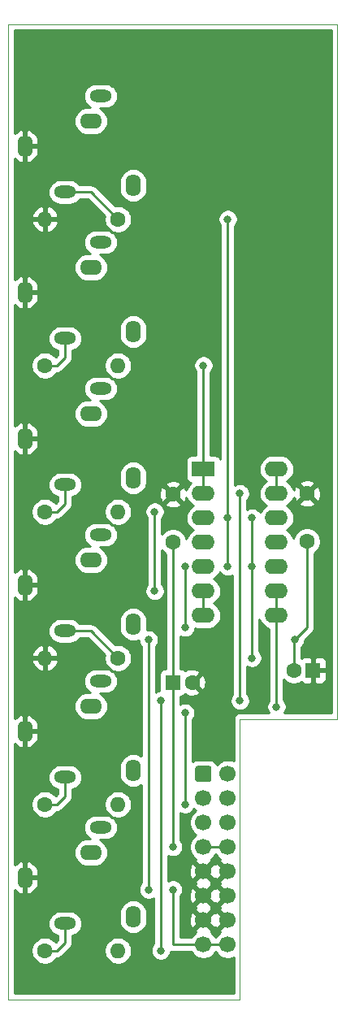
<source format=gbr>
G04 #@! TF.GenerationSoftware,KiCad,Pcbnew,(5.1.9)-1*
G04 #@! TF.CreationDate,2021-03-02T09:31:52+01:00*
G04 #@! TF.ProjectId,Buffered Multiple Main,42756666-6572-4656-9420-4d756c746970,rev?*
G04 #@! TF.SameCoordinates,Original*
G04 #@! TF.FileFunction,Copper,L2,Bot*
G04 #@! TF.FilePolarity,Positive*
%FSLAX46Y46*%
G04 Gerber Fmt 4.6, Leading zero omitted, Abs format (unit mm)*
G04 Created by KiCad (PCBNEW (5.1.9)-1) date 2021-03-02 09:31:52*
%MOMM*%
%LPD*%
G01*
G04 APERTURE LIST*
G04 #@! TA.AperFunction,Profile*
%ADD10C,0.050000*%
G04 #@! TD*
G04 #@! TA.AperFunction,ComponentPad*
%ADD11O,2.300000X1.300000*%
G04 #@! TD*
G04 #@! TA.AperFunction,ComponentPad*
%ADD12O,2.300000X1.600000*%
G04 #@! TD*
G04 #@! TA.AperFunction,ComponentPad*
%ADD13O,1.600000X2.300000*%
G04 #@! TD*
G04 #@! TA.AperFunction,ComponentPad*
%ADD14O,1.600000X1.600000*%
G04 #@! TD*
G04 #@! TA.AperFunction,ComponentPad*
%ADD15C,1.600000*%
G04 #@! TD*
G04 #@! TA.AperFunction,ComponentPad*
%ADD16O,2.400000X1.600000*%
G04 #@! TD*
G04 #@! TA.AperFunction,ComponentPad*
%ADD17R,2.400000X1.600000*%
G04 #@! TD*
G04 #@! TA.AperFunction,ComponentPad*
%ADD18C,1.700000*%
G04 #@! TD*
G04 #@! TA.AperFunction,ComponentPad*
%ADD19R,1.600000X1.600000*%
G04 #@! TD*
G04 #@! TA.AperFunction,ViaPad*
%ADD20C,0.800000*%
G04 #@! TD*
G04 #@! TA.AperFunction,Conductor*
%ADD21C,0.250000*%
G04 #@! TD*
G04 #@! TA.AperFunction,Conductor*
%ADD22C,0.254000*%
G04 #@! TD*
G04 #@! TA.AperFunction,Conductor*
%ADD23C,0.100000*%
G04 #@! TD*
G04 APERTURE END LIST*
D10*
X24130000Y-72390000D02*
X24130000Y-101600000D01*
X34290000Y-72390000D02*
X24130000Y-72390000D01*
X0Y-101600000D02*
X0Y0D01*
X24130000Y-101600000D02*
X0Y-101600000D01*
X34290000Y0D02*
X34290000Y-72390000D01*
X0Y0D02*
X34290000Y0D01*
D11*
X5900000Y-63220000D03*
X9600000Y-53220000D03*
D12*
X8600000Y-55820000D03*
D13*
X13000000Y-62520000D03*
X1700000Y-58420000D03*
D11*
X5900000Y-93700000D03*
X9600000Y-83700000D03*
D12*
X8600000Y-86300000D03*
D13*
X13000000Y-93000000D03*
X1700000Y-88900000D03*
D11*
X5900000Y-78460000D03*
X9600000Y-68460000D03*
D12*
X8600000Y-71060000D03*
D13*
X13000000Y-77760000D03*
X1700000Y-73660000D03*
D11*
X5900000Y-47980000D03*
X9600000Y-37980000D03*
D12*
X8600000Y-40580000D03*
D13*
X13000000Y-47280000D03*
X1700000Y-43180000D03*
D11*
X5900000Y-32740000D03*
X9600000Y-22740000D03*
D12*
X8600000Y-25340000D03*
D13*
X13000000Y-32040000D03*
X1700000Y-27940000D03*
D11*
X5900000Y-17500000D03*
X9600000Y-7500000D03*
D12*
X8600000Y-10100000D03*
D13*
X13000000Y-16800000D03*
X1700000Y-12700000D03*
D14*
X3810000Y-66040000D03*
D15*
X11430000Y-66040000D03*
D14*
X11430000Y-35560000D03*
D15*
X3810000Y-35560000D03*
D16*
X27940000Y-46355000D03*
X20320000Y-61595000D03*
X27940000Y-48895000D03*
X20320000Y-59055000D03*
X27940000Y-51435000D03*
X20320000Y-56515000D03*
X27940000Y-53975000D03*
X20320000Y-53975000D03*
X27940000Y-56515000D03*
X20320000Y-51435000D03*
X27940000Y-59055000D03*
X20320000Y-48895000D03*
X27940000Y-61595000D03*
D17*
X20320000Y-46355000D03*
D14*
X11430000Y-96520000D03*
D15*
X3810000Y-96520000D03*
D14*
X11430000Y-81280000D03*
D15*
X3810000Y-81280000D03*
D14*
X11430000Y-50800000D03*
D15*
X3810000Y-50800000D03*
D14*
X3810000Y-20320000D03*
D15*
X11430000Y-20320000D03*
D18*
X22860000Y-95885000D03*
X22860000Y-93345000D03*
X22860000Y-90805000D03*
X22860000Y-88265000D03*
X22860000Y-85725000D03*
X22860000Y-83185000D03*
X22860000Y-80645000D03*
X22860000Y-78105000D03*
X20320000Y-95885000D03*
X20320000Y-93345000D03*
X20320000Y-90805000D03*
X20320000Y-88265000D03*
X20320000Y-85725000D03*
X20320000Y-83185000D03*
X20320000Y-80645000D03*
G04 #@! TA.AperFunction,ComponentPad*
G36*
G01*
X19470000Y-78705000D02*
X19470000Y-77505000D01*
G75*
G02*
X19720000Y-77255000I250000J0D01*
G01*
X20920000Y-77255000D01*
G75*
G02*
X21170000Y-77505000I0J-250000D01*
G01*
X21170000Y-78705000D01*
G75*
G02*
X20920000Y-78955000I-250000J0D01*
G01*
X19720000Y-78955000D01*
G75*
G02*
X19470000Y-78705000I0J250000D01*
G01*
G37*
G04 #@! TD.AperFunction*
D15*
X31115000Y-53895000D03*
X31115000Y-48895000D03*
X17145000Y-48975000D03*
X17145000Y-53975000D03*
X29750000Y-67310000D03*
D19*
X31750000Y-67310000D03*
D15*
X19145000Y-68580000D03*
D19*
X17145000Y-68580000D03*
D20*
X17145000Y-85725000D03*
X29845000Y-64135000D03*
X14605000Y-64135000D03*
X14605000Y-90170000D03*
X17145000Y-90170000D03*
X22860000Y-51435000D03*
X22860000Y-56515000D03*
X22860000Y-20320000D03*
X18415000Y-56515000D03*
X18415000Y-62865000D03*
X20320000Y-35560000D03*
X15240000Y-59055000D03*
X15240000Y-50800000D03*
X27940000Y-71120000D03*
X18415000Y-71755000D03*
X18415000Y-81280000D03*
X24130000Y-48895000D03*
X24130000Y-70485000D03*
X15875000Y-70485000D03*
X15875000Y-96520000D03*
X25400000Y-51435000D03*
X25400000Y-56515000D03*
X25400000Y-66040000D03*
D21*
X17145000Y-53975000D02*
X17145000Y-67310000D01*
X17145000Y-67310000D02*
X17145000Y-85725000D01*
X20320000Y-85725000D02*
X22860000Y-85725000D01*
X29750000Y-64230000D02*
X29750000Y-67310000D01*
X31115000Y-62865000D02*
X29845000Y-64135000D01*
X31115000Y-53895000D02*
X31115000Y-62865000D01*
X20320000Y-95885000D02*
X22860000Y-95885000D01*
X29845000Y-64135000D02*
X29750000Y-64230000D01*
X14605000Y-64135000D02*
X14605000Y-90170000D01*
X14605000Y-90170000D02*
X14605000Y-90170000D01*
X17145000Y-90170000D02*
X17145000Y-95885000D01*
X17145000Y-95885000D02*
X20320000Y-95885000D01*
X5715000Y-17685000D02*
X5900000Y-17500000D01*
X22860000Y-51435000D02*
X22860000Y-56515000D01*
X8610000Y-17500000D02*
X11430000Y-20320000D01*
X5900000Y-17500000D02*
X8610000Y-17500000D01*
X22860000Y-51435000D02*
X22860000Y-20320000D01*
X22860000Y-20320000D02*
X22860000Y-20320000D01*
X18415000Y-56515000D02*
X18415000Y-62865000D01*
X18415000Y-62865000D02*
X18415000Y-62865000D01*
X3810000Y-35560000D02*
X5080000Y-35560000D01*
X5900000Y-34740000D02*
X5900000Y-32740000D01*
X5080000Y-35560000D02*
X5900000Y-34740000D01*
X3810000Y-50800000D02*
X5080000Y-50800000D01*
X5900000Y-49980000D02*
X5900000Y-47980000D01*
X5080000Y-50800000D02*
X5900000Y-49980000D01*
X3810000Y-81280000D02*
X5080000Y-81280000D01*
X5900000Y-80460000D02*
X5900000Y-78460000D01*
X5080000Y-81280000D02*
X5900000Y-80460000D01*
X3810000Y-96520000D02*
X5080000Y-96520000D01*
X5900000Y-95700000D02*
X5900000Y-93700000D01*
X5080000Y-96520000D02*
X5900000Y-95700000D01*
X20320000Y-48895000D02*
X20320000Y-46355000D01*
X20320000Y-46355000D02*
X20320000Y-35560000D01*
X20320000Y-35560000D02*
X20320000Y-35560000D01*
X20320000Y-61595000D02*
X20320000Y-59055000D01*
X15240000Y-59055000D02*
X15240000Y-50800000D01*
X15240000Y-50800000D02*
X15240000Y-50800000D01*
X27940000Y-61595000D02*
X27940000Y-59055000D01*
X27940000Y-61595000D02*
X27940000Y-71120000D01*
X27940000Y-71120000D02*
X27940000Y-71120000D01*
X18415000Y-71755000D02*
X18415000Y-81280000D01*
X18415000Y-81280000D02*
X18415000Y-81280000D01*
X27940000Y-48895000D02*
X27940000Y-46355000D01*
X24130000Y-48895000D02*
X24130000Y-70485000D01*
X24130000Y-70485000D02*
X24130000Y-70485000D01*
X15875000Y-70485000D02*
X15875000Y-96520000D01*
X15875000Y-96520000D02*
X15875000Y-96520000D01*
X25400000Y-51435000D02*
X25400000Y-56515000D01*
X8610000Y-63220000D02*
X11430000Y-66040000D01*
X5900000Y-63220000D02*
X8610000Y-63220000D01*
X25400000Y-56515000D02*
X25400000Y-66040000D01*
D22*
X33630001Y-71730000D02*
X28777195Y-71730000D01*
X28857205Y-71610256D01*
X28935226Y-71421898D01*
X28975000Y-71221939D01*
X28975000Y-71018061D01*
X28935226Y-70818102D01*
X28857205Y-70629744D01*
X28743937Y-70460226D01*
X28700000Y-70416289D01*
X28700000Y-68289396D01*
X28835241Y-68424637D01*
X29070273Y-68581680D01*
X29331426Y-68689853D01*
X29608665Y-68745000D01*
X29891335Y-68745000D01*
X30168574Y-68689853D01*
X30429727Y-68581680D01*
X30485210Y-68544607D01*
X30498815Y-68561185D01*
X30595506Y-68640537D01*
X30705820Y-68699502D01*
X30825518Y-68735812D01*
X30950000Y-68748072D01*
X31464250Y-68745000D01*
X31623000Y-68586250D01*
X31623000Y-67437000D01*
X31877000Y-67437000D01*
X31877000Y-68586250D01*
X32035750Y-68745000D01*
X32550000Y-68748072D01*
X32674482Y-68735812D01*
X32794180Y-68699502D01*
X32904494Y-68640537D01*
X33001185Y-68561185D01*
X33080537Y-68464494D01*
X33139502Y-68354180D01*
X33175812Y-68234482D01*
X33188072Y-68110000D01*
X33185000Y-67595750D01*
X33026250Y-67437000D01*
X31877000Y-67437000D01*
X31623000Y-67437000D01*
X31603000Y-67437000D01*
X31603000Y-67183000D01*
X31623000Y-67183000D01*
X31623000Y-66033750D01*
X31877000Y-66033750D01*
X31877000Y-67183000D01*
X33026250Y-67183000D01*
X33185000Y-67024250D01*
X33188072Y-66510000D01*
X33175812Y-66385518D01*
X33139502Y-66265820D01*
X33080537Y-66155506D01*
X33001185Y-66058815D01*
X32904494Y-65979463D01*
X32794180Y-65920498D01*
X32674482Y-65884188D01*
X32550000Y-65871928D01*
X32035750Y-65875000D01*
X31877000Y-66033750D01*
X31623000Y-66033750D01*
X31464250Y-65875000D01*
X30950000Y-65871928D01*
X30825518Y-65884188D01*
X30705820Y-65920498D01*
X30595506Y-65979463D01*
X30510000Y-66049636D01*
X30510000Y-64933711D01*
X30648937Y-64794774D01*
X30762205Y-64625256D01*
X30840226Y-64436898D01*
X30880000Y-64236939D01*
X30880000Y-64174801D01*
X31626003Y-63428799D01*
X31655001Y-63405001D01*
X31749974Y-63289276D01*
X31820546Y-63157247D01*
X31864003Y-63013986D01*
X31875000Y-62902333D01*
X31875000Y-62902324D01*
X31878676Y-62865001D01*
X31875000Y-62827678D01*
X31875000Y-55113043D01*
X32029759Y-55009637D01*
X32229637Y-54809759D01*
X32386680Y-54574727D01*
X32494853Y-54313574D01*
X32550000Y-54036335D01*
X32550000Y-53753665D01*
X32494853Y-53476426D01*
X32386680Y-53215273D01*
X32229637Y-52980241D01*
X32029759Y-52780363D01*
X31794727Y-52623320D01*
X31533574Y-52515147D01*
X31256335Y-52460000D01*
X30973665Y-52460000D01*
X30696426Y-52515147D01*
X30435273Y-52623320D01*
X30200241Y-52780363D01*
X30000363Y-52980241D01*
X29843320Y-53215273D01*
X29735147Y-53476426D01*
X29716606Y-53569639D01*
X29672182Y-53423192D01*
X29538932Y-53173899D01*
X29359608Y-52955392D01*
X29141101Y-52776068D01*
X29008142Y-52705000D01*
X29141101Y-52633932D01*
X29359608Y-52454608D01*
X29538932Y-52236101D01*
X29672182Y-51986808D01*
X29754236Y-51716309D01*
X29781943Y-51435000D01*
X29754236Y-51153691D01*
X29672182Y-50883192D01*
X29538932Y-50633899D01*
X29359608Y-50415392D01*
X29141101Y-50236068D01*
X29008142Y-50165000D01*
X29141101Y-50093932D01*
X29359608Y-49914608D01*
X29381689Y-49887702D01*
X30301903Y-49887702D01*
X30373486Y-50131671D01*
X30628996Y-50252571D01*
X30903184Y-50321300D01*
X31185512Y-50335217D01*
X31465130Y-50293787D01*
X31731292Y-50198603D01*
X31856514Y-50131671D01*
X31928097Y-49887702D01*
X31115000Y-49074605D01*
X30301903Y-49887702D01*
X29381689Y-49887702D01*
X29538932Y-49696101D01*
X29672182Y-49446808D01*
X29725490Y-49271072D01*
X29811397Y-49511292D01*
X29878329Y-49636514D01*
X30122298Y-49708097D01*
X30935395Y-48895000D01*
X31294605Y-48895000D01*
X32107702Y-49708097D01*
X32351671Y-49636514D01*
X32472571Y-49381004D01*
X32541300Y-49106816D01*
X32555217Y-48824488D01*
X32513787Y-48544870D01*
X32418603Y-48278708D01*
X32351671Y-48153486D01*
X32107702Y-48081903D01*
X31294605Y-48895000D01*
X30935395Y-48895000D01*
X30122298Y-48081903D01*
X29878329Y-48153486D01*
X29757429Y-48408996D01*
X29727890Y-48526839D01*
X29672182Y-48343192D01*
X29538932Y-48093899D01*
X29381690Y-47902298D01*
X30301903Y-47902298D01*
X31115000Y-48715395D01*
X31928097Y-47902298D01*
X31856514Y-47658329D01*
X31601004Y-47537429D01*
X31326816Y-47468700D01*
X31044488Y-47454783D01*
X30764870Y-47496213D01*
X30498708Y-47591397D01*
X30373486Y-47658329D01*
X30301903Y-47902298D01*
X29381690Y-47902298D01*
X29359608Y-47875392D01*
X29141101Y-47696068D01*
X29008142Y-47625000D01*
X29141101Y-47553932D01*
X29359608Y-47374608D01*
X29538932Y-47156101D01*
X29672182Y-46906808D01*
X29754236Y-46636309D01*
X29781943Y-46355000D01*
X29754236Y-46073691D01*
X29672182Y-45803192D01*
X29538932Y-45553899D01*
X29359608Y-45335392D01*
X29141101Y-45156068D01*
X28891808Y-45022818D01*
X28621309Y-44940764D01*
X28410492Y-44920000D01*
X27469508Y-44920000D01*
X27258691Y-44940764D01*
X26988192Y-45022818D01*
X26738899Y-45156068D01*
X26520392Y-45335392D01*
X26341068Y-45553899D01*
X26207818Y-45803192D01*
X26125764Y-46073691D01*
X26098057Y-46355000D01*
X26125764Y-46636309D01*
X26207818Y-46906808D01*
X26341068Y-47156101D01*
X26520392Y-47374608D01*
X26738899Y-47553932D01*
X26871858Y-47625000D01*
X26738899Y-47696068D01*
X26520392Y-47875392D01*
X26341068Y-48093899D01*
X26207818Y-48343192D01*
X26125764Y-48613691D01*
X26098057Y-48895000D01*
X26125764Y-49176309D01*
X26207818Y-49446808D01*
X26341068Y-49696101D01*
X26520392Y-49914608D01*
X26738899Y-50093932D01*
X26871858Y-50165000D01*
X26738899Y-50236068D01*
X26520392Y-50415392D01*
X26341068Y-50633899D01*
X26238155Y-50826436D01*
X26203937Y-50775226D01*
X26059774Y-50631063D01*
X25890256Y-50517795D01*
X25701898Y-50439774D01*
X25501939Y-50400000D01*
X25298061Y-50400000D01*
X25098102Y-50439774D01*
X24909744Y-50517795D01*
X24890000Y-50530987D01*
X24890000Y-49598711D01*
X24933937Y-49554774D01*
X25047205Y-49385256D01*
X25125226Y-49196898D01*
X25165000Y-48996939D01*
X25165000Y-48793061D01*
X25125226Y-48593102D01*
X25047205Y-48404744D01*
X24933937Y-48235226D01*
X24789774Y-48091063D01*
X24620256Y-47977795D01*
X24431898Y-47899774D01*
X24231939Y-47860000D01*
X24028061Y-47860000D01*
X23828102Y-47899774D01*
X23639744Y-47977795D01*
X23620000Y-47990987D01*
X23620000Y-21023711D01*
X23663937Y-20979774D01*
X23777205Y-20810256D01*
X23855226Y-20621898D01*
X23895000Y-20421939D01*
X23895000Y-20218061D01*
X23855226Y-20018102D01*
X23777205Y-19829744D01*
X23663937Y-19660226D01*
X23519774Y-19516063D01*
X23350256Y-19402795D01*
X23161898Y-19324774D01*
X22961939Y-19285000D01*
X22758061Y-19285000D01*
X22558102Y-19324774D01*
X22369744Y-19402795D01*
X22200226Y-19516063D01*
X22056063Y-19660226D01*
X21942795Y-19829744D01*
X21864774Y-20018102D01*
X21825000Y-20218061D01*
X21825000Y-20421939D01*
X21864774Y-20621898D01*
X21942795Y-20810256D01*
X22056063Y-20979774D01*
X22100001Y-21023712D01*
X22100000Y-45293044D01*
X22050537Y-45200506D01*
X21971185Y-45103815D01*
X21874494Y-45024463D01*
X21764180Y-44965498D01*
X21644482Y-44929188D01*
X21520000Y-44916928D01*
X21080000Y-44916928D01*
X21080000Y-36263711D01*
X21123937Y-36219774D01*
X21237205Y-36050256D01*
X21315226Y-35861898D01*
X21355000Y-35661939D01*
X21355000Y-35458061D01*
X21315226Y-35258102D01*
X21237205Y-35069744D01*
X21123937Y-34900226D01*
X20979774Y-34756063D01*
X20810256Y-34642795D01*
X20621898Y-34564774D01*
X20421939Y-34525000D01*
X20218061Y-34525000D01*
X20018102Y-34564774D01*
X19829744Y-34642795D01*
X19660226Y-34756063D01*
X19516063Y-34900226D01*
X19402795Y-35069744D01*
X19324774Y-35258102D01*
X19285000Y-35458061D01*
X19285000Y-35661939D01*
X19324774Y-35861898D01*
X19402795Y-36050256D01*
X19516063Y-36219774D01*
X19560001Y-36263712D01*
X19560000Y-44916928D01*
X19120000Y-44916928D01*
X18995518Y-44929188D01*
X18875820Y-44965498D01*
X18765506Y-45024463D01*
X18668815Y-45103815D01*
X18589463Y-45200506D01*
X18530498Y-45310820D01*
X18494188Y-45430518D01*
X18481928Y-45555000D01*
X18481928Y-47155000D01*
X18494188Y-47279482D01*
X18530498Y-47399180D01*
X18589463Y-47509494D01*
X18668815Y-47606185D01*
X18765506Y-47685537D01*
X18875820Y-47744502D01*
X18995518Y-47780812D01*
X19013482Y-47782581D01*
X18900392Y-47875392D01*
X18721068Y-48093899D01*
X18587818Y-48343192D01*
X18521380Y-48562213D01*
X18448603Y-48358708D01*
X18381671Y-48233486D01*
X18137702Y-48161903D01*
X17324605Y-48975000D01*
X18137702Y-49788097D01*
X18381671Y-49716514D01*
X18502571Y-49461004D01*
X18543090Y-49299358D01*
X18587818Y-49446808D01*
X18721068Y-49696101D01*
X18900392Y-49914608D01*
X19118899Y-50093932D01*
X19251858Y-50165000D01*
X19118899Y-50236068D01*
X18900392Y-50415392D01*
X18721068Y-50633899D01*
X18587818Y-50883192D01*
X18505764Y-51153691D01*
X18478057Y-51435000D01*
X18505764Y-51716309D01*
X18587818Y-51986808D01*
X18721068Y-52236101D01*
X18900392Y-52454608D01*
X19118899Y-52633932D01*
X19251858Y-52705000D01*
X19118899Y-52776068D01*
X18900392Y-52955392D01*
X18721068Y-53173899D01*
X18587818Y-53423192D01*
X18533783Y-53601322D01*
X18524853Y-53556426D01*
X18416680Y-53295273D01*
X18259637Y-53060241D01*
X18059759Y-52860363D01*
X17824727Y-52703320D01*
X17563574Y-52595147D01*
X17286335Y-52540000D01*
X17003665Y-52540000D01*
X16726426Y-52595147D01*
X16465273Y-52703320D01*
X16230241Y-52860363D01*
X16030363Y-53060241D01*
X16000000Y-53105683D01*
X16000000Y-51503711D01*
X16043937Y-51459774D01*
X16157205Y-51290256D01*
X16235226Y-51101898D01*
X16275000Y-50901939D01*
X16275000Y-50698061D01*
X16235226Y-50498102D01*
X16157205Y-50309744D01*
X16043937Y-50140226D01*
X15899774Y-49996063D01*
X15857329Y-49967702D01*
X16331903Y-49967702D01*
X16403486Y-50211671D01*
X16658996Y-50332571D01*
X16933184Y-50401300D01*
X17215512Y-50415217D01*
X17495130Y-50373787D01*
X17761292Y-50278603D01*
X17886514Y-50211671D01*
X17958097Y-49967702D01*
X17145000Y-49154605D01*
X16331903Y-49967702D01*
X15857329Y-49967702D01*
X15730256Y-49882795D01*
X15541898Y-49804774D01*
X15341939Y-49765000D01*
X15138061Y-49765000D01*
X14938102Y-49804774D01*
X14749744Y-49882795D01*
X14580226Y-49996063D01*
X14436063Y-50140226D01*
X14322795Y-50309744D01*
X14244774Y-50498102D01*
X14205000Y-50698061D01*
X14205000Y-50901939D01*
X14244774Y-51101898D01*
X14322795Y-51290256D01*
X14436063Y-51459774D01*
X14480001Y-51503712D01*
X14480000Y-58351289D01*
X14436063Y-58395226D01*
X14322795Y-58564744D01*
X14244774Y-58753102D01*
X14205000Y-58953061D01*
X14205000Y-59156939D01*
X14244774Y-59356898D01*
X14322795Y-59545256D01*
X14436063Y-59714774D01*
X14580226Y-59858937D01*
X14749744Y-59972205D01*
X14938102Y-60050226D01*
X15138061Y-60090000D01*
X15341939Y-60090000D01*
X15541898Y-60050226D01*
X15730256Y-59972205D01*
X15899774Y-59858937D01*
X16043937Y-59714774D01*
X16157205Y-59545256D01*
X16235226Y-59356898D01*
X16275000Y-59156939D01*
X16275000Y-58953061D01*
X16235226Y-58753102D01*
X16157205Y-58564744D01*
X16043937Y-58395226D01*
X16000000Y-58351289D01*
X16000000Y-54844317D01*
X16030363Y-54889759D01*
X16230241Y-55089637D01*
X16385000Y-55193043D01*
X16385001Y-67141928D01*
X16345000Y-67141928D01*
X16220518Y-67154188D01*
X16100820Y-67190498D01*
X15990506Y-67249463D01*
X15893815Y-67328815D01*
X15814463Y-67425506D01*
X15755498Y-67535820D01*
X15719188Y-67655518D01*
X15706928Y-67780000D01*
X15706928Y-69380000D01*
X15714960Y-69461557D01*
X15573102Y-69489774D01*
X15384744Y-69567795D01*
X15365000Y-69580987D01*
X15365000Y-64838711D01*
X15408937Y-64794774D01*
X15522205Y-64625256D01*
X15600226Y-64436898D01*
X15640000Y-64236939D01*
X15640000Y-64033061D01*
X15600226Y-63833102D01*
X15522205Y-63644744D01*
X15408937Y-63475226D01*
X15264774Y-63331063D01*
X15095256Y-63217795D01*
X14906898Y-63139774D01*
X14706939Y-63100000D01*
X14503061Y-63100000D01*
X14417615Y-63116996D01*
X14435000Y-62940491D01*
X14435000Y-62099508D01*
X14414236Y-61888691D01*
X14332182Y-61618192D01*
X14198932Y-61368899D01*
X14019607Y-61150392D01*
X13801100Y-60971068D01*
X13551807Y-60837818D01*
X13281308Y-60755764D01*
X13000000Y-60728057D01*
X12718691Y-60755764D01*
X12448192Y-60837818D01*
X12198899Y-60971068D01*
X11980392Y-61150393D01*
X11801068Y-61368900D01*
X11667818Y-61618193D01*
X11585764Y-61888692D01*
X11565000Y-62099509D01*
X11565000Y-62940492D01*
X11585764Y-63151309D01*
X11667818Y-63421808D01*
X11801068Y-63671101D01*
X11980393Y-63889608D01*
X12198900Y-64068932D01*
X12448193Y-64202182D01*
X12718692Y-64284236D01*
X13000000Y-64311943D01*
X13281309Y-64284236D01*
X13551808Y-64202182D01*
X13570000Y-64192458D01*
X13570000Y-64236939D01*
X13609774Y-64436898D01*
X13687795Y-64625256D01*
X13801063Y-64794774D01*
X13845000Y-64838711D01*
X13845000Y-76247096D01*
X13801100Y-76211068D01*
X13551807Y-76077818D01*
X13281308Y-75995764D01*
X13000000Y-75968057D01*
X12718691Y-75995764D01*
X12448192Y-76077818D01*
X12198899Y-76211068D01*
X11980392Y-76390393D01*
X11801068Y-76608900D01*
X11667818Y-76858193D01*
X11585764Y-77128692D01*
X11565000Y-77339509D01*
X11565000Y-78180492D01*
X11585764Y-78391309D01*
X11667818Y-78661808D01*
X11801068Y-78911101D01*
X11980393Y-79129608D01*
X12198900Y-79308932D01*
X12448193Y-79442182D01*
X12718692Y-79524236D01*
X13000000Y-79551943D01*
X13281309Y-79524236D01*
X13551808Y-79442182D01*
X13801101Y-79308932D01*
X13845001Y-79272905D01*
X13845001Y-89466288D01*
X13801063Y-89510226D01*
X13687795Y-89679744D01*
X13609774Y-89868102D01*
X13570000Y-90068061D01*
X13570000Y-90271939D01*
X13609774Y-90471898D01*
X13687795Y-90660256D01*
X13801063Y-90829774D01*
X13945226Y-90973937D01*
X14114744Y-91087205D01*
X14303102Y-91165226D01*
X14503061Y-91205000D01*
X14706939Y-91205000D01*
X14906898Y-91165226D01*
X15095256Y-91087205D01*
X15115001Y-91074012D01*
X15115001Y-95816288D01*
X15071063Y-95860226D01*
X14957795Y-96029744D01*
X14879774Y-96218102D01*
X14840000Y-96418061D01*
X14840000Y-96621939D01*
X14879774Y-96821898D01*
X14957795Y-97010256D01*
X15071063Y-97179774D01*
X15215226Y-97323937D01*
X15384744Y-97437205D01*
X15573102Y-97515226D01*
X15773061Y-97555000D01*
X15976939Y-97555000D01*
X16176898Y-97515226D01*
X16365256Y-97437205D01*
X16534774Y-97323937D01*
X16678937Y-97179774D01*
X16792205Y-97010256D01*
X16870226Y-96821898D01*
X16910000Y-96621939D01*
X16910000Y-96607911D01*
X16996014Y-96634003D01*
X17107667Y-96645000D01*
X17145000Y-96648677D01*
X17182333Y-96645000D01*
X19041822Y-96645000D01*
X19166525Y-96831632D01*
X19373368Y-97038475D01*
X19616589Y-97200990D01*
X19886842Y-97312932D01*
X20173740Y-97370000D01*
X20466260Y-97370000D01*
X20753158Y-97312932D01*
X21023411Y-97200990D01*
X21266632Y-97038475D01*
X21473475Y-96831632D01*
X21590000Y-96657240D01*
X21706525Y-96831632D01*
X21913368Y-97038475D01*
X22156589Y-97200990D01*
X22426842Y-97312932D01*
X22713740Y-97370000D01*
X23006260Y-97370000D01*
X23293158Y-97312932D01*
X23470001Y-97239682D01*
X23470001Y-100940000D01*
X660000Y-100940000D01*
X660000Y-96378665D01*
X2375000Y-96378665D01*
X2375000Y-96661335D01*
X2430147Y-96938574D01*
X2538320Y-97199727D01*
X2695363Y-97434759D01*
X2895241Y-97634637D01*
X3130273Y-97791680D01*
X3391426Y-97899853D01*
X3668665Y-97955000D01*
X3951335Y-97955000D01*
X4228574Y-97899853D01*
X4489727Y-97791680D01*
X4724759Y-97634637D01*
X4924637Y-97434759D01*
X5028043Y-97280000D01*
X5042678Y-97280000D01*
X5080000Y-97283676D01*
X5117322Y-97280000D01*
X5117333Y-97280000D01*
X5228986Y-97269003D01*
X5372247Y-97225546D01*
X5504276Y-97154974D01*
X5620001Y-97060001D01*
X5643803Y-97030998D01*
X6296136Y-96378665D01*
X9995000Y-96378665D01*
X9995000Y-96661335D01*
X10050147Y-96938574D01*
X10158320Y-97199727D01*
X10315363Y-97434759D01*
X10515241Y-97634637D01*
X10750273Y-97791680D01*
X11011426Y-97899853D01*
X11288665Y-97955000D01*
X11571335Y-97955000D01*
X11848574Y-97899853D01*
X12109727Y-97791680D01*
X12344759Y-97634637D01*
X12544637Y-97434759D01*
X12701680Y-97199727D01*
X12809853Y-96938574D01*
X12865000Y-96661335D01*
X12865000Y-96378665D01*
X12809853Y-96101426D01*
X12701680Y-95840273D01*
X12544637Y-95605241D01*
X12344759Y-95405363D01*
X12109727Y-95248320D01*
X11848574Y-95140147D01*
X11571335Y-95085000D01*
X11288665Y-95085000D01*
X11011426Y-95140147D01*
X10750273Y-95248320D01*
X10515241Y-95405363D01*
X10315363Y-95605241D01*
X10158320Y-95840273D01*
X10050147Y-96101426D01*
X9995000Y-96378665D01*
X6296136Y-96378665D01*
X6411004Y-96263798D01*
X6440001Y-96240001D01*
X6491502Y-96177247D01*
X6534974Y-96124277D01*
X6605546Y-95992247D01*
X6609261Y-95979999D01*
X6649003Y-95848986D01*
X6660000Y-95737333D01*
X6660000Y-95737324D01*
X6663676Y-95700001D01*
X6660000Y-95662678D01*
X6660000Y-94963951D01*
X6894127Y-94892929D01*
X7117362Y-94773608D01*
X7313028Y-94613028D01*
X7473608Y-94417362D01*
X7592929Y-94194127D01*
X7666407Y-93951904D01*
X7691217Y-93700000D01*
X7666407Y-93448096D01*
X7592929Y-93205873D01*
X7473608Y-92982638D01*
X7313028Y-92786972D01*
X7117362Y-92626392D01*
X7029650Y-92579509D01*
X11565000Y-92579509D01*
X11565000Y-93420492D01*
X11585764Y-93631309D01*
X11667818Y-93901808D01*
X11801068Y-94151101D01*
X11980393Y-94369608D01*
X12198900Y-94548932D01*
X12448193Y-94682182D01*
X12718692Y-94764236D01*
X13000000Y-94791943D01*
X13281309Y-94764236D01*
X13551808Y-94682182D01*
X13801101Y-94548932D01*
X14019608Y-94369608D01*
X14198932Y-94151101D01*
X14332182Y-93901808D01*
X14414236Y-93631308D01*
X14435000Y-93420491D01*
X14435000Y-92579508D01*
X14414236Y-92368691D01*
X14332182Y-92098192D01*
X14198932Y-91848899D01*
X14019607Y-91630392D01*
X13801100Y-91451068D01*
X13551807Y-91317818D01*
X13281308Y-91235764D01*
X13000000Y-91208057D01*
X12718691Y-91235764D01*
X12448192Y-91317818D01*
X12198899Y-91451068D01*
X11980392Y-91630393D01*
X11801068Y-91848900D01*
X11667818Y-92098193D01*
X11585764Y-92368692D01*
X11565000Y-92579509D01*
X7029650Y-92579509D01*
X6894127Y-92507071D01*
X6651904Y-92433593D01*
X6463123Y-92415000D01*
X5336877Y-92415000D01*
X5148096Y-92433593D01*
X4905873Y-92507071D01*
X4682638Y-92626392D01*
X4486972Y-92786972D01*
X4326392Y-92982638D01*
X4207071Y-93205873D01*
X4133593Y-93448096D01*
X4108783Y-93700000D01*
X4133593Y-93951904D01*
X4207071Y-94194127D01*
X4326392Y-94417362D01*
X4486972Y-94613028D01*
X4682638Y-94773608D01*
X4905873Y-94892929D01*
X5140000Y-94963951D01*
X5140000Y-95385198D01*
X4922297Y-95602901D01*
X4724759Y-95405363D01*
X4489727Y-95248320D01*
X4228574Y-95140147D01*
X3951335Y-95085000D01*
X3668665Y-95085000D01*
X3391426Y-95140147D01*
X3130273Y-95248320D01*
X2895241Y-95405363D01*
X2695363Y-95605241D01*
X2538320Y-95840273D01*
X2430147Y-96101426D01*
X2375000Y-96378665D01*
X660000Y-96378665D01*
X660000Y-90237092D01*
X775105Y-90354500D01*
X1008354Y-90513715D01*
X1268182Y-90624367D01*
X1350961Y-90641904D01*
X1573000Y-90519915D01*
X1573000Y-89027000D01*
X1827000Y-89027000D01*
X1827000Y-90519915D01*
X2049039Y-90641904D01*
X2131818Y-90624367D01*
X2391646Y-90513715D01*
X2624895Y-90354500D01*
X2822601Y-90152839D01*
X2977166Y-89916483D01*
X3082650Y-89654514D01*
X3135000Y-89377000D01*
X3135000Y-89027000D01*
X1827000Y-89027000D01*
X1573000Y-89027000D01*
X1553000Y-89027000D01*
X1553000Y-88773000D01*
X1573000Y-88773000D01*
X1573000Y-87280085D01*
X1827000Y-87280085D01*
X1827000Y-88773000D01*
X3135000Y-88773000D01*
X3135000Y-88423000D01*
X3082650Y-88145486D01*
X2977166Y-87883517D01*
X2822601Y-87647161D01*
X2624895Y-87445500D01*
X2391646Y-87286285D01*
X2131818Y-87175633D01*
X2049039Y-87158096D01*
X1827000Y-87280085D01*
X1573000Y-87280085D01*
X1350961Y-87158096D01*
X1268182Y-87175633D01*
X1008354Y-87286285D01*
X775105Y-87445500D01*
X660000Y-87562908D01*
X660000Y-86300000D01*
X6808057Y-86300000D01*
X6835764Y-86581309D01*
X6917818Y-86851808D01*
X7051068Y-87101101D01*
X7230392Y-87319608D01*
X7448899Y-87498932D01*
X7698192Y-87632182D01*
X7968691Y-87714236D01*
X8179508Y-87735000D01*
X9020492Y-87735000D01*
X9231309Y-87714236D01*
X9501808Y-87632182D01*
X9751101Y-87498932D01*
X9969608Y-87319608D01*
X10148932Y-87101101D01*
X10282182Y-86851808D01*
X10364236Y-86581309D01*
X10391943Y-86300000D01*
X10364236Y-86018691D01*
X10282182Y-85748192D01*
X10148932Y-85498899D01*
X9969608Y-85280392D01*
X9751101Y-85101068D01*
X9533953Y-84985000D01*
X10163123Y-84985000D01*
X10351904Y-84966407D01*
X10594127Y-84892929D01*
X10817362Y-84773608D01*
X11013028Y-84613028D01*
X11173608Y-84417362D01*
X11292929Y-84194127D01*
X11366407Y-83951904D01*
X11391217Y-83700000D01*
X11366407Y-83448096D01*
X11292929Y-83205873D01*
X11173608Y-82982638D01*
X11013028Y-82786972D01*
X10817362Y-82626392D01*
X10594127Y-82507071D01*
X10351904Y-82433593D01*
X10163123Y-82415000D01*
X9036877Y-82415000D01*
X8848096Y-82433593D01*
X8605873Y-82507071D01*
X8382638Y-82626392D01*
X8186972Y-82786972D01*
X8026392Y-82982638D01*
X7907071Y-83205873D01*
X7833593Y-83448096D01*
X7808783Y-83700000D01*
X7833593Y-83951904D01*
X7907071Y-84194127D01*
X8026392Y-84417362D01*
X8186972Y-84613028D01*
X8382638Y-84773608D01*
X8553621Y-84865000D01*
X8179508Y-84865000D01*
X7968691Y-84885764D01*
X7698192Y-84967818D01*
X7448899Y-85101068D01*
X7230392Y-85280392D01*
X7051068Y-85498899D01*
X6917818Y-85748192D01*
X6835764Y-86018691D01*
X6808057Y-86300000D01*
X660000Y-86300000D01*
X660000Y-81138665D01*
X2375000Y-81138665D01*
X2375000Y-81421335D01*
X2430147Y-81698574D01*
X2538320Y-81959727D01*
X2695363Y-82194759D01*
X2895241Y-82394637D01*
X3130273Y-82551680D01*
X3391426Y-82659853D01*
X3668665Y-82715000D01*
X3951335Y-82715000D01*
X4228574Y-82659853D01*
X4489727Y-82551680D01*
X4724759Y-82394637D01*
X4924637Y-82194759D01*
X5028043Y-82040000D01*
X5042678Y-82040000D01*
X5080000Y-82043676D01*
X5117322Y-82040000D01*
X5117333Y-82040000D01*
X5228986Y-82029003D01*
X5372247Y-81985546D01*
X5504276Y-81914974D01*
X5620001Y-81820001D01*
X5643803Y-81790998D01*
X6296136Y-81138665D01*
X9995000Y-81138665D01*
X9995000Y-81421335D01*
X10050147Y-81698574D01*
X10158320Y-81959727D01*
X10315363Y-82194759D01*
X10515241Y-82394637D01*
X10750273Y-82551680D01*
X11011426Y-82659853D01*
X11288665Y-82715000D01*
X11571335Y-82715000D01*
X11848574Y-82659853D01*
X12109727Y-82551680D01*
X12344759Y-82394637D01*
X12544637Y-82194759D01*
X12701680Y-81959727D01*
X12809853Y-81698574D01*
X12865000Y-81421335D01*
X12865000Y-81138665D01*
X12809853Y-80861426D01*
X12701680Y-80600273D01*
X12544637Y-80365241D01*
X12344759Y-80165363D01*
X12109727Y-80008320D01*
X11848574Y-79900147D01*
X11571335Y-79845000D01*
X11288665Y-79845000D01*
X11011426Y-79900147D01*
X10750273Y-80008320D01*
X10515241Y-80165363D01*
X10315363Y-80365241D01*
X10158320Y-80600273D01*
X10050147Y-80861426D01*
X9995000Y-81138665D01*
X6296136Y-81138665D01*
X6411004Y-81023798D01*
X6440001Y-81000001D01*
X6466332Y-80967917D01*
X6534974Y-80884277D01*
X6605546Y-80752247D01*
X6609261Y-80739999D01*
X6649003Y-80608986D01*
X6660000Y-80497333D01*
X6660000Y-80497324D01*
X6663676Y-80460001D01*
X6660000Y-80422678D01*
X6660000Y-79723951D01*
X6894127Y-79652929D01*
X7117362Y-79533608D01*
X7313028Y-79373028D01*
X7473608Y-79177362D01*
X7592929Y-78954127D01*
X7666407Y-78711904D01*
X7691217Y-78460000D01*
X7666407Y-78208096D01*
X7592929Y-77965873D01*
X7473608Y-77742638D01*
X7313028Y-77546972D01*
X7117362Y-77386392D01*
X6894127Y-77267071D01*
X6651904Y-77193593D01*
X6463123Y-77175000D01*
X5336877Y-77175000D01*
X5148096Y-77193593D01*
X4905873Y-77267071D01*
X4682638Y-77386392D01*
X4486972Y-77546972D01*
X4326392Y-77742638D01*
X4207071Y-77965873D01*
X4133593Y-78208096D01*
X4108783Y-78460000D01*
X4133593Y-78711904D01*
X4207071Y-78954127D01*
X4326392Y-79177362D01*
X4486972Y-79373028D01*
X4682638Y-79533608D01*
X4905873Y-79652929D01*
X5140000Y-79723951D01*
X5140000Y-80145198D01*
X4922297Y-80362901D01*
X4724759Y-80165363D01*
X4489727Y-80008320D01*
X4228574Y-79900147D01*
X3951335Y-79845000D01*
X3668665Y-79845000D01*
X3391426Y-79900147D01*
X3130273Y-80008320D01*
X2895241Y-80165363D01*
X2695363Y-80365241D01*
X2538320Y-80600273D01*
X2430147Y-80861426D01*
X2375000Y-81138665D01*
X660000Y-81138665D01*
X660000Y-74997092D01*
X775105Y-75114500D01*
X1008354Y-75273715D01*
X1268182Y-75384367D01*
X1350961Y-75401904D01*
X1573000Y-75279915D01*
X1573000Y-73787000D01*
X1827000Y-73787000D01*
X1827000Y-75279915D01*
X2049039Y-75401904D01*
X2131818Y-75384367D01*
X2391646Y-75273715D01*
X2624895Y-75114500D01*
X2822601Y-74912839D01*
X2977166Y-74676483D01*
X3082650Y-74414514D01*
X3135000Y-74137000D01*
X3135000Y-73787000D01*
X1827000Y-73787000D01*
X1573000Y-73787000D01*
X1553000Y-73787000D01*
X1553000Y-73533000D01*
X1573000Y-73533000D01*
X1573000Y-72040085D01*
X1827000Y-72040085D01*
X1827000Y-73533000D01*
X3135000Y-73533000D01*
X3135000Y-73183000D01*
X3082650Y-72905486D01*
X2977166Y-72643517D01*
X2822601Y-72407161D01*
X2624895Y-72205500D01*
X2391646Y-72046285D01*
X2131818Y-71935633D01*
X2049039Y-71918096D01*
X1827000Y-72040085D01*
X1573000Y-72040085D01*
X1350961Y-71918096D01*
X1268182Y-71935633D01*
X1008354Y-72046285D01*
X775105Y-72205500D01*
X660000Y-72322908D01*
X660000Y-71060000D01*
X6808057Y-71060000D01*
X6835764Y-71341309D01*
X6917818Y-71611808D01*
X7051068Y-71861101D01*
X7230392Y-72079608D01*
X7448899Y-72258932D01*
X7698192Y-72392182D01*
X7968691Y-72474236D01*
X8179508Y-72495000D01*
X9020492Y-72495000D01*
X9231309Y-72474236D01*
X9501808Y-72392182D01*
X9751101Y-72258932D01*
X9969608Y-72079608D01*
X10148932Y-71861101D01*
X10282182Y-71611808D01*
X10364236Y-71341309D01*
X10391943Y-71060000D01*
X10364236Y-70778691D01*
X10282182Y-70508192D01*
X10148932Y-70258899D01*
X9969608Y-70040392D01*
X9751101Y-69861068D01*
X9533953Y-69745000D01*
X10163123Y-69745000D01*
X10351904Y-69726407D01*
X10594127Y-69652929D01*
X10817362Y-69533608D01*
X11013028Y-69373028D01*
X11173608Y-69177362D01*
X11292929Y-68954127D01*
X11366407Y-68711904D01*
X11391217Y-68460000D01*
X11366407Y-68208096D01*
X11292929Y-67965873D01*
X11173608Y-67742638D01*
X11013028Y-67546972D01*
X10817362Y-67386392D01*
X10594127Y-67267071D01*
X10351904Y-67193593D01*
X10163123Y-67175000D01*
X9036877Y-67175000D01*
X8848096Y-67193593D01*
X8605873Y-67267071D01*
X8382638Y-67386392D01*
X8186972Y-67546972D01*
X8026392Y-67742638D01*
X7907071Y-67965873D01*
X7833593Y-68208096D01*
X7808783Y-68460000D01*
X7833593Y-68711904D01*
X7907071Y-68954127D01*
X8026392Y-69177362D01*
X8186972Y-69373028D01*
X8382638Y-69533608D01*
X8553621Y-69625000D01*
X8179508Y-69625000D01*
X7968691Y-69645764D01*
X7698192Y-69727818D01*
X7448899Y-69861068D01*
X7230392Y-70040392D01*
X7051068Y-70258899D01*
X6917818Y-70508192D01*
X6835764Y-70778691D01*
X6808057Y-71060000D01*
X660000Y-71060000D01*
X660000Y-66389039D01*
X2418096Y-66389039D01*
X2458754Y-66523087D01*
X2578963Y-66777420D01*
X2746481Y-67003414D01*
X2954869Y-67192385D01*
X3196119Y-67337070D01*
X3460960Y-67431909D01*
X3683000Y-67310624D01*
X3683000Y-66167000D01*
X3937000Y-66167000D01*
X3937000Y-67310624D01*
X4159040Y-67431909D01*
X4423881Y-67337070D01*
X4665131Y-67192385D01*
X4873519Y-67003414D01*
X5041037Y-66777420D01*
X5161246Y-66523087D01*
X5201904Y-66389039D01*
X5079915Y-66167000D01*
X3937000Y-66167000D01*
X3683000Y-66167000D01*
X2540085Y-66167000D01*
X2418096Y-66389039D01*
X660000Y-66389039D01*
X660000Y-65690961D01*
X2418096Y-65690961D01*
X2540085Y-65913000D01*
X3683000Y-65913000D01*
X3683000Y-64769376D01*
X3937000Y-64769376D01*
X3937000Y-65913000D01*
X5079915Y-65913000D01*
X5201904Y-65690961D01*
X5161246Y-65556913D01*
X5041037Y-65302580D01*
X4873519Y-65076586D01*
X4665131Y-64887615D01*
X4423881Y-64742930D01*
X4159040Y-64648091D01*
X3937000Y-64769376D01*
X3683000Y-64769376D01*
X3460960Y-64648091D01*
X3196119Y-64742930D01*
X2954869Y-64887615D01*
X2746481Y-65076586D01*
X2578963Y-65302580D01*
X2458754Y-65556913D01*
X2418096Y-65690961D01*
X660000Y-65690961D01*
X660000Y-63220000D01*
X4108783Y-63220000D01*
X4133593Y-63471904D01*
X4207071Y-63714127D01*
X4326392Y-63937362D01*
X4486972Y-64133028D01*
X4682638Y-64293608D01*
X4905873Y-64412929D01*
X5148096Y-64486407D01*
X5336877Y-64505000D01*
X6463123Y-64505000D01*
X6651904Y-64486407D01*
X6894127Y-64412929D01*
X7117362Y-64293608D01*
X7313028Y-64133028D01*
X7438616Y-63980000D01*
X8295199Y-63980000D01*
X10031312Y-65716114D01*
X9995000Y-65898665D01*
X9995000Y-66181335D01*
X10050147Y-66458574D01*
X10158320Y-66719727D01*
X10315363Y-66954759D01*
X10515241Y-67154637D01*
X10750273Y-67311680D01*
X11011426Y-67419853D01*
X11288665Y-67475000D01*
X11571335Y-67475000D01*
X11848574Y-67419853D01*
X12109727Y-67311680D01*
X12344759Y-67154637D01*
X12544637Y-66954759D01*
X12701680Y-66719727D01*
X12809853Y-66458574D01*
X12865000Y-66181335D01*
X12865000Y-65898665D01*
X12809853Y-65621426D01*
X12701680Y-65360273D01*
X12544637Y-65125241D01*
X12344759Y-64925363D01*
X12109727Y-64768320D01*
X11848574Y-64660147D01*
X11571335Y-64605000D01*
X11288665Y-64605000D01*
X11106114Y-64641312D01*
X9173804Y-62709003D01*
X9150001Y-62679999D01*
X9034276Y-62585026D01*
X8902247Y-62514454D01*
X8758986Y-62470997D01*
X8647333Y-62460000D01*
X8647322Y-62460000D01*
X8610000Y-62456324D01*
X8572678Y-62460000D01*
X7438616Y-62460000D01*
X7313028Y-62306972D01*
X7117362Y-62146392D01*
X6894127Y-62027071D01*
X6651904Y-61953593D01*
X6463123Y-61935000D01*
X5336877Y-61935000D01*
X5148096Y-61953593D01*
X4905873Y-62027071D01*
X4682638Y-62146392D01*
X4486972Y-62306972D01*
X4326392Y-62502638D01*
X4207071Y-62725873D01*
X4133593Y-62968096D01*
X4108783Y-63220000D01*
X660000Y-63220000D01*
X660000Y-59757092D01*
X775105Y-59874500D01*
X1008354Y-60033715D01*
X1268182Y-60144367D01*
X1350961Y-60161904D01*
X1573000Y-60039915D01*
X1573000Y-58547000D01*
X1827000Y-58547000D01*
X1827000Y-60039915D01*
X2049039Y-60161904D01*
X2131818Y-60144367D01*
X2391646Y-60033715D01*
X2624895Y-59874500D01*
X2822601Y-59672839D01*
X2977166Y-59436483D01*
X3082650Y-59174514D01*
X3135000Y-58897000D01*
X3135000Y-58547000D01*
X1827000Y-58547000D01*
X1573000Y-58547000D01*
X1553000Y-58547000D01*
X1553000Y-58293000D01*
X1573000Y-58293000D01*
X1573000Y-56800085D01*
X1827000Y-56800085D01*
X1827000Y-58293000D01*
X3135000Y-58293000D01*
X3135000Y-57943000D01*
X3082650Y-57665486D01*
X2977166Y-57403517D01*
X2822601Y-57167161D01*
X2624895Y-56965500D01*
X2391646Y-56806285D01*
X2131818Y-56695633D01*
X2049039Y-56678096D01*
X1827000Y-56800085D01*
X1573000Y-56800085D01*
X1350961Y-56678096D01*
X1268182Y-56695633D01*
X1008354Y-56806285D01*
X775105Y-56965500D01*
X660000Y-57082908D01*
X660000Y-55820000D01*
X6808057Y-55820000D01*
X6835764Y-56101309D01*
X6917818Y-56371808D01*
X7051068Y-56621101D01*
X7230392Y-56839608D01*
X7448899Y-57018932D01*
X7698192Y-57152182D01*
X7968691Y-57234236D01*
X8179508Y-57255000D01*
X9020492Y-57255000D01*
X9231309Y-57234236D01*
X9501808Y-57152182D01*
X9751101Y-57018932D01*
X9969608Y-56839608D01*
X10148932Y-56621101D01*
X10282182Y-56371808D01*
X10364236Y-56101309D01*
X10391943Y-55820000D01*
X10364236Y-55538691D01*
X10282182Y-55268192D01*
X10148932Y-55018899D01*
X9969608Y-54800392D01*
X9751101Y-54621068D01*
X9533953Y-54505000D01*
X10163123Y-54505000D01*
X10351904Y-54486407D01*
X10594127Y-54412929D01*
X10817362Y-54293608D01*
X11013028Y-54133028D01*
X11173608Y-53937362D01*
X11292929Y-53714127D01*
X11366407Y-53471904D01*
X11391217Y-53220000D01*
X11366407Y-52968096D01*
X11292929Y-52725873D01*
X11173608Y-52502638D01*
X11013028Y-52306972D01*
X10817362Y-52146392D01*
X10594127Y-52027071D01*
X10351904Y-51953593D01*
X10163123Y-51935000D01*
X9036877Y-51935000D01*
X8848096Y-51953593D01*
X8605873Y-52027071D01*
X8382638Y-52146392D01*
X8186972Y-52306972D01*
X8026392Y-52502638D01*
X7907071Y-52725873D01*
X7833593Y-52968096D01*
X7808783Y-53220000D01*
X7833593Y-53471904D01*
X7907071Y-53714127D01*
X8026392Y-53937362D01*
X8186972Y-54133028D01*
X8382638Y-54293608D01*
X8553621Y-54385000D01*
X8179508Y-54385000D01*
X7968691Y-54405764D01*
X7698192Y-54487818D01*
X7448899Y-54621068D01*
X7230392Y-54800392D01*
X7051068Y-55018899D01*
X6917818Y-55268192D01*
X6835764Y-55538691D01*
X6808057Y-55820000D01*
X660000Y-55820000D01*
X660000Y-50658665D01*
X2375000Y-50658665D01*
X2375000Y-50941335D01*
X2430147Y-51218574D01*
X2538320Y-51479727D01*
X2695363Y-51714759D01*
X2895241Y-51914637D01*
X3130273Y-52071680D01*
X3391426Y-52179853D01*
X3668665Y-52235000D01*
X3951335Y-52235000D01*
X4228574Y-52179853D01*
X4489727Y-52071680D01*
X4724759Y-51914637D01*
X4924637Y-51714759D01*
X5028043Y-51560000D01*
X5042678Y-51560000D01*
X5080000Y-51563676D01*
X5117322Y-51560000D01*
X5117333Y-51560000D01*
X5228986Y-51549003D01*
X5372247Y-51505546D01*
X5504276Y-51434974D01*
X5620001Y-51340001D01*
X5643803Y-51310998D01*
X6296136Y-50658665D01*
X9995000Y-50658665D01*
X9995000Y-50941335D01*
X10050147Y-51218574D01*
X10158320Y-51479727D01*
X10315363Y-51714759D01*
X10515241Y-51914637D01*
X10750273Y-52071680D01*
X11011426Y-52179853D01*
X11288665Y-52235000D01*
X11571335Y-52235000D01*
X11848574Y-52179853D01*
X12109727Y-52071680D01*
X12344759Y-51914637D01*
X12544637Y-51714759D01*
X12701680Y-51479727D01*
X12809853Y-51218574D01*
X12865000Y-50941335D01*
X12865000Y-50658665D01*
X12809853Y-50381426D01*
X12701680Y-50120273D01*
X12544637Y-49885241D01*
X12344759Y-49685363D01*
X12109727Y-49528320D01*
X11848574Y-49420147D01*
X11571335Y-49365000D01*
X11288665Y-49365000D01*
X11011426Y-49420147D01*
X10750273Y-49528320D01*
X10515241Y-49685363D01*
X10315363Y-49885241D01*
X10158320Y-50120273D01*
X10050147Y-50381426D01*
X9995000Y-50658665D01*
X6296136Y-50658665D01*
X6411004Y-50543798D01*
X6440001Y-50520001D01*
X6505842Y-50439774D01*
X6534974Y-50404277D01*
X6605546Y-50272247D01*
X6609261Y-50259999D01*
X6649003Y-50128986D01*
X6660000Y-50017333D01*
X6660000Y-50017324D01*
X6663676Y-49980001D01*
X6660000Y-49942678D01*
X6660000Y-49243951D01*
X6894127Y-49172929D01*
X7117362Y-49053608D01*
X7313028Y-48893028D01*
X7473608Y-48697362D01*
X7592929Y-48474127D01*
X7666407Y-48231904D01*
X7691217Y-47980000D01*
X7666407Y-47728096D01*
X7592929Y-47485873D01*
X7473608Y-47262638D01*
X7313028Y-47066972D01*
X7117362Y-46906392D01*
X7029650Y-46859509D01*
X11565000Y-46859509D01*
X11565000Y-47700492D01*
X11585764Y-47911309D01*
X11667818Y-48181808D01*
X11801068Y-48431101D01*
X11980393Y-48649608D01*
X12198900Y-48828932D01*
X12448193Y-48962182D01*
X12718692Y-49044236D01*
X13000000Y-49071943D01*
X13268353Y-49045512D01*
X15704783Y-49045512D01*
X15746213Y-49325130D01*
X15841397Y-49591292D01*
X15908329Y-49716514D01*
X16152298Y-49788097D01*
X16965395Y-48975000D01*
X16152298Y-48161903D01*
X15908329Y-48233486D01*
X15787429Y-48488996D01*
X15718700Y-48763184D01*
X15704783Y-49045512D01*
X13268353Y-49045512D01*
X13281309Y-49044236D01*
X13551808Y-48962182D01*
X13801101Y-48828932D01*
X14019608Y-48649608D01*
X14198932Y-48431101D01*
X14332182Y-48181808D01*
X14392701Y-47982298D01*
X16331903Y-47982298D01*
X17145000Y-48795395D01*
X17958097Y-47982298D01*
X17886514Y-47738329D01*
X17631004Y-47617429D01*
X17356816Y-47548700D01*
X17074488Y-47534783D01*
X16794870Y-47576213D01*
X16528708Y-47671397D01*
X16403486Y-47738329D01*
X16331903Y-47982298D01*
X14392701Y-47982298D01*
X14414236Y-47911308D01*
X14435000Y-47700491D01*
X14435000Y-46859508D01*
X14414236Y-46648691D01*
X14332182Y-46378192D01*
X14198932Y-46128899D01*
X14019607Y-45910392D01*
X13801100Y-45731068D01*
X13551807Y-45597818D01*
X13281308Y-45515764D01*
X13000000Y-45488057D01*
X12718691Y-45515764D01*
X12448192Y-45597818D01*
X12198899Y-45731068D01*
X11980392Y-45910393D01*
X11801068Y-46128900D01*
X11667818Y-46378193D01*
X11585764Y-46648692D01*
X11565000Y-46859509D01*
X7029650Y-46859509D01*
X6894127Y-46787071D01*
X6651904Y-46713593D01*
X6463123Y-46695000D01*
X5336877Y-46695000D01*
X5148096Y-46713593D01*
X4905873Y-46787071D01*
X4682638Y-46906392D01*
X4486972Y-47066972D01*
X4326392Y-47262638D01*
X4207071Y-47485873D01*
X4133593Y-47728096D01*
X4108783Y-47980000D01*
X4133593Y-48231904D01*
X4207071Y-48474127D01*
X4326392Y-48697362D01*
X4486972Y-48893028D01*
X4682638Y-49053608D01*
X4905873Y-49172929D01*
X5140000Y-49243951D01*
X5140000Y-49665198D01*
X4922297Y-49882901D01*
X4724759Y-49685363D01*
X4489727Y-49528320D01*
X4228574Y-49420147D01*
X3951335Y-49365000D01*
X3668665Y-49365000D01*
X3391426Y-49420147D01*
X3130273Y-49528320D01*
X2895241Y-49685363D01*
X2695363Y-49885241D01*
X2538320Y-50120273D01*
X2430147Y-50381426D01*
X2375000Y-50658665D01*
X660000Y-50658665D01*
X660000Y-44517092D01*
X775105Y-44634500D01*
X1008354Y-44793715D01*
X1268182Y-44904367D01*
X1350961Y-44921904D01*
X1573000Y-44799915D01*
X1573000Y-43307000D01*
X1827000Y-43307000D01*
X1827000Y-44799915D01*
X2049039Y-44921904D01*
X2131818Y-44904367D01*
X2391646Y-44793715D01*
X2624895Y-44634500D01*
X2822601Y-44432839D01*
X2977166Y-44196483D01*
X3082650Y-43934514D01*
X3135000Y-43657000D01*
X3135000Y-43307000D01*
X1827000Y-43307000D01*
X1573000Y-43307000D01*
X1553000Y-43307000D01*
X1553000Y-43053000D01*
X1573000Y-43053000D01*
X1573000Y-41560085D01*
X1827000Y-41560085D01*
X1827000Y-43053000D01*
X3135000Y-43053000D01*
X3135000Y-42703000D01*
X3082650Y-42425486D01*
X2977166Y-42163517D01*
X2822601Y-41927161D01*
X2624895Y-41725500D01*
X2391646Y-41566285D01*
X2131818Y-41455633D01*
X2049039Y-41438096D01*
X1827000Y-41560085D01*
X1573000Y-41560085D01*
X1350961Y-41438096D01*
X1268182Y-41455633D01*
X1008354Y-41566285D01*
X775105Y-41725500D01*
X660000Y-41842908D01*
X660000Y-40580000D01*
X6808057Y-40580000D01*
X6835764Y-40861309D01*
X6917818Y-41131808D01*
X7051068Y-41381101D01*
X7230392Y-41599608D01*
X7448899Y-41778932D01*
X7698192Y-41912182D01*
X7968691Y-41994236D01*
X8179508Y-42015000D01*
X9020492Y-42015000D01*
X9231309Y-41994236D01*
X9501808Y-41912182D01*
X9751101Y-41778932D01*
X9969608Y-41599608D01*
X10148932Y-41381101D01*
X10282182Y-41131808D01*
X10364236Y-40861309D01*
X10391943Y-40580000D01*
X10364236Y-40298691D01*
X10282182Y-40028192D01*
X10148932Y-39778899D01*
X9969608Y-39560392D01*
X9751101Y-39381068D01*
X9533953Y-39265000D01*
X10163123Y-39265000D01*
X10351904Y-39246407D01*
X10594127Y-39172929D01*
X10817362Y-39053608D01*
X11013028Y-38893028D01*
X11173608Y-38697362D01*
X11292929Y-38474127D01*
X11366407Y-38231904D01*
X11391217Y-37980000D01*
X11366407Y-37728096D01*
X11292929Y-37485873D01*
X11173608Y-37262638D01*
X11013028Y-37066972D01*
X10817362Y-36906392D01*
X10594127Y-36787071D01*
X10351904Y-36713593D01*
X10163123Y-36695000D01*
X9036877Y-36695000D01*
X8848096Y-36713593D01*
X8605873Y-36787071D01*
X8382638Y-36906392D01*
X8186972Y-37066972D01*
X8026392Y-37262638D01*
X7907071Y-37485873D01*
X7833593Y-37728096D01*
X7808783Y-37980000D01*
X7833593Y-38231904D01*
X7907071Y-38474127D01*
X8026392Y-38697362D01*
X8186972Y-38893028D01*
X8382638Y-39053608D01*
X8553621Y-39145000D01*
X8179508Y-39145000D01*
X7968691Y-39165764D01*
X7698192Y-39247818D01*
X7448899Y-39381068D01*
X7230392Y-39560392D01*
X7051068Y-39778899D01*
X6917818Y-40028192D01*
X6835764Y-40298691D01*
X6808057Y-40580000D01*
X660000Y-40580000D01*
X660000Y-35418665D01*
X2375000Y-35418665D01*
X2375000Y-35701335D01*
X2430147Y-35978574D01*
X2538320Y-36239727D01*
X2695363Y-36474759D01*
X2895241Y-36674637D01*
X3130273Y-36831680D01*
X3391426Y-36939853D01*
X3668665Y-36995000D01*
X3951335Y-36995000D01*
X4228574Y-36939853D01*
X4489727Y-36831680D01*
X4724759Y-36674637D01*
X4924637Y-36474759D01*
X5028043Y-36320000D01*
X5042678Y-36320000D01*
X5080000Y-36323676D01*
X5117322Y-36320000D01*
X5117333Y-36320000D01*
X5228986Y-36309003D01*
X5372247Y-36265546D01*
X5504276Y-36194974D01*
X5620001Y-36100001D01*
X5643803Y-36070998D01*
X6296136Y-35418665D01*
X9995000Y-35418665D01*
X9995000Y-35701335D01*
X10050147Y-35978574D01*
X10158320Y-36239727D01*
X10315363Y-36474759D01*
X10515241Y-36674637D01*
X10750273Y-36831680D01*
X11011426Y-36939853D01*
X11288665Y-36995000D01*
X11571335Y-36995000D01*
X11848574Y-36939853D01*
X12109727Y-36831680D01*
X12344759Y-36674637D01*
X12544637Y-36474759D01*
X12701680Y-36239727D01*
X12809853Y-35978574D01*
X12865000Y-35701335D01*
X12865000Y-35418665D01*
X12809853Y-35141426D01*
X12701680Y-34880273D01*
X12544637Y-34645241D01*
X12344759Y-34445363D01*
X12109727Y-34288320D01*
X11848574Y-34180147D01*
X11571335Y-34125000D01*
X11288665Y-34125000D01*
X11011426Y-34180147D01*
X10750273Y-34288320D01*
X10515241Y-34445363D01*
X10315363Y-34645241D01*
X10158320Y-34880273D01*
X10050147Y-35141426D01*
X9995000Y-35418665D01*
X6296136Y-35418665D01*
X6411004Y-35303798D01*
X6440001Y-35280001D01*
X6466332Y-35247917D01*
X6534974Y-35164277D01*
X6605546Y-35032247D01*
X6609261Y-35019999D01*
X6649003Y-34888986D01*
X6660000Y-34777333D01*
X6660000Y-34777324D01*
X6663676Y-34740001D01*
X6660000Y-34702678D01*
X6660000Y-34003951D01*
X6894127Y-33932929D01*
X7117362Y-33813608D01*
X7313028Y-33653028D01*
X7473608Y-33457362D01*
X7592929Y-33234127D01*
X7666407Y-32991904D01*
X7691217Y-32740000D01*
X7666407Y-32488096D01*
X7592929Y-32245873D01*
X7473608Y-32022638D01*
X7313028Y-31826972D01*
X7117362Y-31666392D01*
X7029650Y-31619509D01*
X11565000Y-31619509D01*
X11565000Y-32460492D01*
X11585764Y-32671309D01*
X11667818Y-32941808D01*
X11801068Y-33191101D01*
X11980393Y-33409608D01*
X12198900Y-33588932D01*
X12448193Y-33722182D01*
X12718692Y-33804236D01*
X13000000Y-33831943D01*
X13281309Y-33804236D01*
X13551808Y-33722182D01*
X13801101Y-33588932D01*
X14019608Y-33409608D01*
X14198932Y-33191101D01*
X14332182Y-32941808D01*
X14414236Y-32671308D01*
X14435000Y-32460491D01*
X14435000Y-31619508D01*
X14414236Y-31408691D01*
X14332182Y-31138192D01*
X14198932Y-30888899D01*
X14019607Y-30670392D01*
X13801100Y-30491068D01*
X13551807Y-30357818D01*
X13281308Y-30275764D01*
X13000000Y-30248057D01*
X12718691Y-30275764D01*
X12448192Y-30357818D01*
X12198899Y-30491068D01*
X11980392Y-30670393D01*
X11801068Y-30888900D01*
X11667818Y-31138193D01*
X11585764Y-31408692D01*
X11565000Y-31619509D01*
X7029650Y-31619509D01*
X6894127Y-31547071D01*
X6651904Y-31473593D01*
X6463123Y-31455000D01*
X5336877Y-31455000D01*
X5148096Y-31473593D01*
X4905873Y-31547071D01*
X4682638Y-31666392D01*
X4486972Y-31826972D01*
X4326392Y-32022638D01*
X4207071Y-32245873D01*
X4133593Y-32488096D01*
X4108783Y-32740000D01*
X4133593Y-32991904D01*
X4207071Y-33234127D01*
X4326392Y-33457362D01*
X4486972Y-33653028D01*
X4682638Y-33813608D01*
X4905873Y-33932929D01*
X5140000Y-34003951D01*
X5140000Y-34425198D01*
X4922297Y-34642901D01*
X4724759Y-34445363D01*
X4489727Y-34288320D01*
X4228574Y-34180147D01*
X3951335Y-34125000D01*
X3668665Y-34125000D01*
X3391426Y-34180147D01*
X3130273Y-34288320D01*
X2895241Y-34445363D01*
X2695363Y-34645241D01*
X2538320Y-34880273D01*
X2430147Y-35141426D01*
X2375000Y-35418665D01*
X660000Y-35418665D01*
X660000Y-29277092D01*
X775105Y-29394500D01*
X1008354Y-29553715D01*
X1268182Y-29664367D01*
X1350961Y-29681904D01*
X1573000Y-29559915D01*
X1573000Y-28067000D01*
X1827000Y-28067000D01*
X1827000Y-29559915D01*
X2049039Y-29681904D01*
X2131818Y-29664367D01*
X2391646Y-29553715D01*
X2624895Y-29394500D01*
X2822601Y-29192839D01*
X2977166Y-28956483D01*
X3082650Y-28694514D01*
X3135000Y-28417000D01*
X3135000Y-28067000D01*
X1827000Y-28067000D01*
X1573000Y-28067000D01*
X1553000Y-28067000D01*
X1553000Y-27813000D01*
X1573000Y-27813000D01*
X1573000Y-26320085D01*
X1827000Y-26320085D01*
X1827000Y-27813000D01*
X3135000Y-27813000D01*
X3135000Y-27463000D01*
X3082650Y-27185486D01*
X2977166Y-26923517D01*
X2822601Y-26687161D01*
X2624895Y-26485500D01*
X2391646Y-26326285D01*
X2131818Y-26215633D01*
X2049039Y-26198096D01*
X1827000Y-26320085D01*
X1573000Y-26320085D01*
X1350961Y-26198096D01*
X1268182Y-26215633D01*
X1008354Y-26326285D01*
X775105Y-26485500D01*
X660000Y-26602908D01*
X660000Y-25340000D01*
X6808057Y-25340000D01*
X6835764Y-25621309D01*
X6917818Y-25891808D01*
X7051068Y-26141101D01*
X7230392Y-26359608D01*
X7448899Y-26538932D01*
X7698192Y-26672182D01*
X7968691Y-26754236D01*
X8179508Y-26775000D01*
X9020492Y-26775000D01*
X9231309Y-26754236D01*
X9501808Y-26672182D01*
X9751101Y-26538932D01*
X9969608Y-26359608D01*
X10148932Y-26141101D01*
X10282182Y-25891808D01*
X10364236Y-25621309D01*
X10391943Y-25340000D01*
X10364236Y-25058691D01*
X10282182Y-24788192D01*
X10148932Y-24538899D01*
X9969608Y-24320392D01*
X9751101Y-24141068D01*
X9533953Y-24025000D01*
X10163123Y-24025000D01*
X10351904Y-24006407D01*
X10594127Y-23932929D01*
X10817362Y-23813608D01*
X11013028Y-23653028D01*
X11173608Y-23457362D01*
X11292929Y-23234127D01*
X11366407Y-22991904D01*
X11391217Y-22740000D01*
X11366407Y-22488096D01*
X11292929Y-22245873D01*
X11173608Y-22022638D01*
X11013028Y-21826972D01*
X10817362Y-21666392D01*
X10594127Y-21547071D01*
X10351904Y-21473593D01*
X10163123Y-21455000D01*
X9036877Y-21455000D01*
X8848096Y-21473593D01*
X8605873Y-21547071D01*
X8382638Y-21666392D01*
X8186972Y-21826972D01*
X8026392Y-22022638D01*
X7907071Y-22245873D01*
X7833593Y-22488096D01*
X7808783Y-22740000D01*
X7833593Y-22991904D01*
X7907071Y-23234127D01*
X8026392Y-23457362D01*
X8186972Y-23653028D01*
X8382638Y-23813608D01*
X8553621Y-23905000D01*
X8179508Y-23905000D01*
X7968691Y-23925764D01*
X7698192Y-24007818D01*
X7448899Y-24141068D01*
X7230392Y-24320392D01*
X7051068Y-24538899D01*
X6917818Y-24788192D01*
X6835764Y-25058691D01*
X6808057Y-25340000D01*
X660000Y-25340000D01*
X660000Y-20669039D01*
X2418096Y-20669039D01*
X2458754Y-20803087D01*
X2578963Y-21057420D01*
X2746481Y-21283414D01*
X2954869Y-21472385D01*
X3196119Y-21617070D01*
X3460960Y-21711909D01*
X3683000Y-21590624D01*
X3683000Y-20447000D01*
X3937000Y-20447000D01*
X3937000Y-21590624D01*
X4159040Y-21711909D01*
X4423881Y-21617070D01*
X4665131Y-21472385D01*
X4873519Y-21283414D01*
X5041037Y-21057420D01*
X5161246Y-20803087D01*
X5201904Y-20669039D01*
X5079915Y-20447000D01*
X3937000Y-20447000D01*
X3683000Y-20447000D01*
X2540085Y-20447000D01*
X2418096Y-20669039D01*
X660000Y-20669039D01*
X660000Y-19970961D01*
X2418096Y-19970961D01*
X2540085Y-20193000D01*
X3683000Y-20193000D01*
X3683000Y-19049376D01*
X3937000Y-19049376D01*
X3937000Y-20193000D01*
X5079915Y-20193000D01*
X5201904Y-19970961D01*
X5161246Y-19836913D01*
X5041037Y-19582580D01*
X4873519Y-19356586D01*
X4665131Y-19167615D01*
X4423881Y-19022930D01*
X4159040Y-18928091D01*
X3937000Y-19049376D01*
X3683000Y-19049376D01*
X3460960Y-18928091D01*
X3196119Y-19022930D01*
X2954869Y-19167615D01*
X2746481Y-19356586D01*
X2578963Y-19582580D01*
X2458754Y-19836913D01*
X2418096Y-19970961D01*
X660000Y-19970961D01*
X660000Y-17500000D01*
X4108783Y-17500000D01*
X4133593Y-17751904D01*
X4207071Y-17994127D01*
X4326392Y-18217362D01*
X4486972Y-18413028D01*
X4682638Y-18573608D01*
X4905873Y-18692929D01*
X5148096Y-18766407D01*
X5336877Y-18785000D01*
X6463123Y-18785000D01*
X6651904Y-18766407D01*
X6894127Y-18692929D01*
X7117362Y-18573608D01*
X7313028Y-18413028D01*
X7438616Y-18260000D01*
X8295199Y-18260000D01*
X10031312Y-19996114D01*
X9995000Y-20178665D01*
X9995000Y-20461335D01*
X10050147Y-20738574D01*
X10158320Y-20999727D01*
X10315363Y-21234759D01*
X10515241Y-21434637D01*
X10750273Y-21591680D01*
X11011426Y-21699853D01*
X11288665Y-21755000D01*
X11571335Y-21755000D01*
X11848574Y-21699853D01*
X12109727Y-21591680D01*
X12344759Y-21434637D01*
X12544637Y-21234759D01*
X12701680Y-20999727D01*
X12809853Y-20738574D01*
X12865000Y-20461335D01*
X12865000Y-20178665D01*
X12809853Y-19901426D01*
X12701680Y-19640273D01*
X12544637Y-19405241D01*
X12344759Y-19205363D01*
X12109727Y-19048320D01*
X11848574Y-18940147D01*
X11571335Y-18885000D01*
X11288665Y-18885000D01*
X11106114Y-18921312D01*
X9173804Y-16989003D01*
X9150001Y-16959999D01*
X9034276Y-16865026D01*
X8902247Y-16794454D01*
X8758986Y-16750997D01*
X8647333Y-16740000D01*
X8647322Y-16740000D01*
X8610000Y-16736324D01*
X8572678Y-16740000D01*
X7438616Y-16740000D01*
X7313028Y-16586972D01*
X7117362Y-16426392D01*
X7029650Y-16379509D01*
X11565000Y-16379509D01*
X11565000Y-17220492D01*
X11585764Y-17431309D01*
X11667818Y-17701808D01*
X11801068Y-17951101D01*
X11980393Y-18169608D01*
X12198900Y-18348932D01*
X12448193Y-18482182D01*
X12718692Y-18564236D01*
X13000000Y-18591943D01*
X13281309Y-18564236D01*
X13551808Y-18482182D01*
X13801101Y-18348932D01*
X14019608Y-18169608D01*
X14198932Y-17951101D01*
X14332182Y-17701808D01*
X14414236Y-17431308D01*
X14435000Y-17220491D01*
X14435000Y-16379508D01*
X14414236Y-16168691D01*
X14332182Y-15898192D01*
X14198932Y-15648899D01*
X14019607Y-15430392D01*
X13801100Y-15251068D01*
X13551807Y-15117818D01*
X13281308Y-15035764D01*
X13000000Y-15008057D01*
X12718691Y-15035764D01*
X12448192Y-15117818D01*
X12198899Y-15251068D01*
X11980392Y-15430393D01*
X11801068Y-15648900D01*
X11667818Y-15898193D01*
X11585764Y-16168692D01*
X11565000Y-16379509D01*
X7029650Y-16379509D01*
X6894127Y-16307071D01*
X6651904Y-16233593D01*
X6463123Y-16215000D01*
X5336877Y-16215000D01*
X5148096Y-16233593D01*
X4905873Y-16307071D01*
X4682638Y-16426392D01*
X4486972Y-16586972D01*
X4326392Y-16782638D01*
X4207071Y-17005873D01*
X4133593Y-17248096D01*
X4108783Y-17500000D01*
X660000Y-17500000D01*
X660000Y-14037092D01*
X775105Y-14154500D01*
X1008354Y-14313715D01*
X1268182Y-14424367D01*
X1350961Y-14441904D01*
X1573000Y-14319915D01*
X1573000Y-12827000D01*
X1827000Y-12827000D01*
X1827000Y-14319915D01*
X2049039Y-14441904D01*
X2131818Y-14424367D01*
X2391646Y-14313715D01*
X2624895Y-14154500D01*
X2822601Y-13952839D01*
X2977166Y-13716483D01*
X3082650Y-13454514D01*
X3135000Y-13177000D01*
X3135000Y-12827000D01*
X1827000Y-12827000D01*
X1573000Y-12827000D01*
X1553000Y-12827000D01*
X1553000Y-12573000D01*
X1573000Y-12573000D01*
X1573000Y-11080085D01*
X1827000Y-11080085D01*
X1827000Y-12573000D01*
X3135000Y-12573000D01*
X3135000Y-12223000D01*
X3082650Y-11945486D01*
X2977166Y-11683517D01*
X2822601Y-11447161D01*
X2624895Y-11245500D01*
X2391646Y-11086285D01*
X2131818Y-10975633D01*
X2049039Y-10958096D01*
X1827000Y-11080085D01*
X1573000Y-11080085D01*
X1350961Y-10958096D01*
X1268182Y-10975633D01*
X1008354Y-11086285D01*
X775105Y-11245500D01*
X660000Y-11362908D01*
X660000Y-10100000D01*
X6808057Y-10100000D01*
X6835764Y-10381309D01*
X6917818Y-10651808D01*
X7051068Y-10901101D01*
X7230392Y-11119608D01*
X7448899Y-11298932D01*
X7698192Y-11432182D01*
X7968691Y-11514236D01*
X8179508Y-11535000D01*
X9020492Y-11535000D01*
X9231309Y-11514236D01*
X9501808Y-11432182D01*
X9751101Y-11298932D01*
X9969608Y-11119608D01*
X10148932Y-10901101D01*
X10282182Y-10651808D01*
X10364236Y-10381309D01*
X10391943Y-10100000D01*
X10364236Y-9818691D01*
X10282182Y-9548192D01*
X10148932Y-9298899D01*
X9969608Y-9080392D01*
X9751101Y-8901068D01*
X9533953Y-8785000D01*
X10163123Y-8785000D01*
X10351904Y-8766407D01*
X10594127Y-8692929D01*
X10817362Y-8573608D01*
X11013028Y-8413028D01*
X11173608Y-8217362D01*
X11292929Y-7994127D01*
X11366407Y-7751904D01*
X11391217Y-7500000D01*
X11366407Y-7248096D01*
X11292929Y-7005873D01*
X11173608Y-6782638D01*
X11013028Y-6586972D01*
X10817362Y-6426392D01*
X10594127Y-6307071D01*
X10351904Y-6233593D01*
X10163123Y-6215000D01*
X9036877Y-6215000D01*
X8848096Y-6233593D01*
X8605873Y-6307071D01*
X8382638Y-6426392D01*
X8186972Y-6586972D01*
X8026392Y-6782638D01*
X7907071Y-7005873D01*
X7833593Y-7248096D01*
X7808783Y-7500000D01*
X7833593Y-7751904D01*
X7907071Y-7994127D01*
X8026392Y-8217362D01*
X8186972Y-8413028D01*
X8382638Y-8573608D01*
X8553621Y-8665000D01*
X8179508Y-8665000D01*
X7968691Y-8685764D01*
X7698192Y-8767818D01*
X7448899Y-8901068D01*
X7230392Y-9080392D01*
X7051068Y-9298899D01*
X6917818Y-9548192D01*
X6835764Y-9818691D01*
X6808057Y-10100000D01*
X660000Y-10100000D01*
X660000Y-660000D01*
X33630000Y-660000D01*
X33630001Y-71730000D01*
G04 #@! TA.AperFunction,Conductor*
D23*
G36*
X33630001Y-71730000D02*
G01*
X28777195Y-71730000D01*
X28857205Y-71610256D01*
X28935226Y-71421898D01*
X28975000Y-71221939D01*
X28975000Y-71018061D01*
X28935226Y-70818102D01*
X28857205Y-70629744D01*
X28743937Y-70460226D01*
X28700000Y-70416289D01*
X28700000Y-68289396D01*
X28835241Y-68424637D01*
X29070273Y-68581680D01*
X29331426Y-68689853D01*
X29608665Y-68745000D01*
X29891335Y-68745000D01*
X30168574Y-68689853D01*
X30429727Y-68581680D01*
X30485210Y-68544607D01*
X30498815Y-68561185D01*
X30595506Y-68640537D01*
X30705820Y-68699502D01*
X30825518Y-68735812D01*
X30950000Y-68748072D01*
X31464250Y-68745000D01*
X31623000Y-68586250D01*
X31623000Y-67437000D01*
X31877000Y-67437000D01*
X31877000Y-68586250D01*
X32035750Y-68745000D01*
X32550000Y-68748072D01*
X32674482Y-68735812D01*
X32794180Y-68699502D01*
X32904494Y-68640537D01*
X33001185Y-68561185D01*
X33080537Y-68464494D01*
X33139502Y-68354180D01*
X33175812Y-68234482D01*
X33188072Y-68110000D01*
X33185000Y-67595750D01*
X33026250Y-67437000D01*
X31877000Y-67437000D01*
X31623000Y-67437000D01*
X31603000Y-67437000D01*
X31603000Y-67183000D01*
X31623000Y-67183000D01*
X31623000Y-66033750D01*
X31877000Y-66033750D01*
X31877000Y-67183000D01*
X33026250Y-67183000D01*
X33185000Y-67024250D01*
X33188072Y-66510000D01*
X33175812Y-66385518D01*
X33139502Y-66265820D01*
X33080537Y-66155506D01*
X33001185Y-66058815D01*
X32904494Y-65979463D01*
X32794180Y-65920498D01*
X32674482Y-65884188D01*
X32550000Y-65871928D01*
X32035750Y-65875000D01*
X31877000Y-66033750D01*
X31623000Y-66033750D01*
X31464250Y-65875000D01*
X30950000Y-65871928D01*
X30825518Y-65884188D01*
X30705820Y-65920498D01*
X30595506Y-65979463D01*
X30510000Y-66049636D01*
X30510000Y-64933711D01*
X30648937Y-64794774D01*
X30762205Y-64625256D01*
X30840226Y-64436898D01*
X30880000Y-64236939D01*
X30880000Y-64174801D01*
X31626003Y-63428799D01*
X31655001Y-63405001D01*
X31749974Y-63289276D01*
X31820546Y-63157247D01*
X31864003Y-63013986D01*
X31875000Y-62902333D01*
X31875000Y-62902324D01*
X31878676Y-62865001D01*
X31875000Y-62827678D01*
X31875000Y-55113043D01*
X32029759Y-55009637D01*
X32229637Y-54809759D01*
X32386680Y-54574727D01*
X32494853Y-54313574D01*
X32550000Y-54036335D01*
X32550000Y-53753665D01*
X32494853Y-53476426D01*
X32386680Y-53215273D01*
X32229637Y-52980241D01*
X32029759Y-52780363D01*
X31794727Y-52623320D01*
X31533574Y-52515147D01*
X31256335Y-52460000D01*
X30973665Y-52460000D01*
X30696426Y-52515147D01*
X30435273Y-52623320D01*
X30200241Y-52780363D01*
X30000363Y-52980241D01*
X29843320Y-53215273D01*
X29735147Y-53476426D01*
X29716606Y-53569639D01*
X29672182Y-53423192D01*
X29538932Y-53173899D01*
X29359608Y-52955392D01*
X29141101Y-52776068D01*
X29008142Y-52705000D01*
X29141101Y-52633932D01*
X29359608Y-52454608D01*
X29538932Y-52236101D01*
X29672182Y-51986808D01*
X29754236Y-51716309D01*
X29781943Y-51435000D01*
X29754236Y-51153691D01*
X29672182Y-50883192D01*
X29538932Y-50633899D01*
X29359608Y-50415392D01*
X29141101Y-50236068D01*
X29008142Y-50165000D01*
X29141101Y-50093932D01*
X29359608Y-49914608D01*
X29381689Y-49887702D01*
X30301903Y-49887702D01*
X30373486Y-50131671D01*
X30628996Y-50252571D01*
X30903184Y-50321300D01*
X31185512Y-50335217D01*
X31465130Y-50293787D01*
X31731292Y-50198603D01*
X31856514Y-50131671D01*
X31928097Y-49887702D01*
X31115000Y-49074605D01*
X30301903Y-49887702D01*
X29381689Y-49887702D01*
X29538932Y-49696101D01*
X29672182Y-49446808D01*
X29725490Y-49271072D01*
X29811397Y-49511292D01*
X29878329Y-49636514D01*
X30122298Y-49708097D01*
X30935395Y-48895000D01*
X31294605Y-48895000D01*
X32107702Y-49708097D01*
X32351671Y-49636514D01*
X32472571Y-49381004D01*
X32541300Y-49106816D01*
X32555217Y-48824488D01*
X32513787Y-48544870D01*
X32418603Y-48278708D01*
X32351671Y-48153486D01*
X32107702Y-48081903D01*
X31294605Y-48895000D01*
X30935395Y-48895000D01*
X30122298Y-48081903D01*
X29878329Y-48153486D01*
X29757429Y-48408996D01*
X29727890Y-48526839D01*
X29672182Y-48343192D01*
X29538932Y-48093899D01*
X29381690Y-47902298D01*
X30301903Y-47902298D01*
X31115000Y-48715395D01*
X31928097Y-47902298D01*
X31856514Y-47658329D01*
X31601004Y-47537429D01*
X31326816Y-47468700D01*
X31044488Y-47454783D01*
X30764870Y-47496213D01*
X30498708Y-47591397D01*
X30373486Y-47658329D01*
X30301903Y-47902298D01*
X29381690Y-47902298D01*
X29359608Y-47875392D01*
X29141101Y-47696068D01*
X29008142Y-47625000D01*
X29141101Y-47553932D01*
X29359608Y-47374608D01*
X29538932Y-47156101D01*
X29672182Y-46906808D01*
X29754236Y-46636309D01*
X29781943Y-46355000D01*
X29754236Y-46073691D01*
X29672182Y-45803192D01*
X29538932Y-45553899D01*
X29359608Y-45335392D01*
X29141101Y-45156068D01*
X28891808Y-45022818D01*
X28621309Y-44940764D01*
X28410492Y-44920000D01*
X27469508Y-44920000D01*
X27258691Y-44940764D01*
X26988192Y-45022818D01*
X26738899Y-45156068D01*
X26520392Y-45335392D01*
X26341068Y-45553899D01*
X26207818Y-45803192D01*
X26125764Y-46073691D01*
X26098057Y-46355000D01*
X26125764Y-46636309D01*
X26207818Y-46906808D01*
X26341068Y-47156101D01*
X26520392Y-47374608D01*
X26738899Y-47553932D01*
X26871858Y-47625000D01*
X26738899Y-47696068D01*
X26520392Y-47875392D01*
X26341068Y-48093899D01*
X26207818Y-48343192D01*
X26125764Y-48613691D01*
X26098057Y-48895000D01*
X26125764Y-49176309D01*
X26207818Y-49446808D01*
X26341068Y-49696101D01*
X26520392Y-49914608D01*
X26738899Y-50093932D01*
X26871858Y-50165000D01*
X26738899Y-50236068D01*
X26520392Y-50415392D01*
X26341068Y-50633899D01*
X26238155Y-50826436D01*
X26203937Y-50775226D01*
X26059774Y-50631063D01*
X25890256Y-50517795D01*
X25701898Y-50439774D01*
X25501939Y-50400000D01*
X25298061Y-50400000D01*
X25098102Y-50439774D01*
X24909744Y-50517795D01*
X24890000Y-50530987D01*
X24890000Y-49598711D01*
X24933937Y-49554774D01*
X25047205Y-49385256D01*
X25125226Y-49196898D01*
X25165000Y-48996939D01*
X25165000Y-48793061D01*
X25125226Y-48593102D01*
X25047205Y-48404744D01*
X24933937Y-48235226D01*
X24789774Y-48091063D01*
X24620256Y-47977795D01*
X24431898Y-47899774D01*
X24231939Y-47860000D01*
X24028061Y-47860000D01*
X23828102Y-47899774D01*
X23639744Y-47977795D01*
X23620000Y-47990987D01*
X23620000Y-21023711D01*
X23663937Y-20979774D01*
X23777205Y-20810256D01*
X23855226Y-20621898D01*
X23895000Y-20421939D01*
X23895000Y-20218061D01*
X23855226Y-20018102D01*
X23777205Y-19829744D01*
X23663937Y-19660226D01*
X23519774Y-19516063D01*
X23350256Y-19402795D01*
X23161898Y-19324774D01*
X22961939Y-19285000D01*
X22758061Y-19285000D01*
X22558102Y-19324774D01*
X22369744Y-19402795D01*
X22200226Y-19516063D01*
X22056063Y-19660226D01*
X21942795Y-19829744D01*
X21864774Y-20018102D01*
X21825000Y-20218061D01*
X21825000Y-20421939D01*
X21864774Y-20621898D01*
X21942795Y-20810256D01*
X22056063Y-20979774D01*
X22100001Y-21023712D01*
X22100000Y-45293044D01*
X22050537Y-45200506D01*
X21971185Y-45103815D01*
X21874494Y-45024463D01*
X21764180Y-44965498D01*
X21644482Y-44929188D01*
X21520000Y-44916928D01*
X21080000Y-44916928D01*
X21080000Y-36263711D01*
X21123937Y-36219774D01*
X21237205Y-36050256D01*
X21315226Y-35861898D01*
X21355000Y-35661939D01*
X21355000Y-35458061D01*
X21315226Y-35258102D01*
X21237205Y-35069744D01*
X21123937Y-34900226D01*
X20979774Y-34756063D01*
X20810256Y-34642795D01*
X20621898Y-34564774D01*
X20421939Y-34525000D01*
X20218061Y-34525000D01*
X20018102Y-34564774D01*
X19829744Y-34642795D01*
X19660226Y-34756063D01*
X19516063Y-34900226D01*
X19402795Y-35069744D01*
X19324774Y-35258102D01*
X19285000Y-35458061D01*
X19285000Y-35661939D01*
X19324774Y-35861898D01*
X19402795Y-36050256D01*
X19516063Y-36219774D01*
X19560001Y-36263712D01*
X19560000Y-44916928D01*
X19120000Y-44916928D01*
X18995518Y-44929188D01*
X18875820Y-44965498D01*
X18765506Y-45024463D01*
X18668815Y-45103815D01*
X18589463Y-45200506D01*
X18530498Y-45310820D01*
X18494188Y-45430518D01*
X18481928Y-45555000D01*
X18481928Y-47155000D01*
X18494188Y-47279482D01*
X18530498Y-47399180D01*
X18589463Y-47509494D01*
X18668815Y-47606185D01*
X18765506Y-47685537D01*
X18875820Y-47744502D01*
X18995518Y-47780812D01*
X19013482Y-47782581D01*
X18900392Y-47875392D01*
X18721068Y-48093899D01*
X18587818Y-48343192D01*
X18521380Y-48562213D01*
X18448603Y-48358708D01*
X18381671Y-48233486D01*
X18137702Y-48161903D01*
X17324605Y-48975000D01*
X18137702Y-49788097D01*
X18381671Y-49716514D01*
X18502571Y-49461004D01*
X18543090Y-49299358D01*
X18587818Y-49446808D01*
X18721068Y-49696101D01*
X18900392Y-49914608D01*
X19118899Y-50093932D01*
X19251858Y-50165000D01*
X19118899Y-50236068D01*
X18900392Y-50415392D01*
X18721068Y-50633899D01*
X18587818Y-50883192D01*
X18505764Y-51153691D01*
X18478057Y-51435000D01*
X18505764Y-51716309D01*
X18587818Y-51986808D01*
X18721068Y-52236101D01*
X18900392Y-52454608D01*
X19118899Y-52633932D01*
X19251858Y-52705000D01*
X19118899Y-52776068D01*
X18900392Y-52955392D01*
X18721068Y-53173899D01*
X18587818Y-53423192D01*
X18533783Y-53601322D01*
X18524853Y-53556426D01*
X18416680Y-53295273D01*
X18259637Y-53060241D01*
X18059759Y-52860363D01*
X17824727Y-52703320D01*
X17563574Y-52595147D01*
X17286335Y-52540000D01*
X17003665Y-52540000D01*
X16726426Y-52595147D01*
X16465273Y-52703320D01*
X16230241Y-52860363D01*
X16030363Y-53060241D01*
X16000000Y-53105683D01*
X16000000Y-51503711D01*
X16043937Y-51459774D01*
X16157205Y-51290256D01*
X16235226Y-51101898D01*
X16275000Y-50901939D01*
X16275000Y-50698061D01*
X16235226Y-50498102D01*
X16157205Y-50309744D01*
X16043937Y-50140226D01*
X15899774Y-49996063D01*
X15857329Y-49967702D01*
X16331903Y-49967702D01*
X16403486Y-50211671D01*
X16658996Y-50332571D01*
X16933184Y-50401300D01*
X17215512Y-50415217D01*
X17495130Y-50373787D01*
X17761292Y-50278603D01*
X17886514Y-50211671D01*
X17958097Y-49967702D01*
X17145000Y-49154605D01*
X16331903Y-49967702D01*
X15857329Y-49967702D01*
X15730256Y-49882795D01*
X15541898Y-49804774D01*
X15341939Y-49765000D01*
X15138061Y-49765000D01*
X14938102Y-49804774D01*
X14749744Y-49882795D01*
X14580226Y-49996063D01*
X14436063Y-50140226D01*
X14322795Y-50309744D01*
X14244774Y-50498102D01*
X14205000Y-50698061D01*
X14205000Y-50901939D01*
X14244774Y-51101898D01*
X14322795Y-51290256D01*
X14436063Y-51459774D01*
X14480001Y-51503712D01*
X14480000Y-58351289D01*
X14436063Y-58395226D01*
X14322795Y-58564744D01*
X14244774Y-58753102D01*
X14205000Y-58953061D01*
X14205000Y-59156939D01*
X14244774Y-59356898D01*
X14322795Y-59545256D01*
X14436063Y-59714774D01*
X14580226Y-59858937D01*
X14749744Y-59972205D01*
X14938102Y-60050226D01*
X15138061Y-60090000D01*
X15341939Y-60090000D01*
X15541898Y-60050226D01*
X15730256Y-59972205D01*
X15899774Y-59858937D01*
X16043937Y-59714774D01*
X16157205Y-59545256D01*
X16235226Y-59356898D01*
X16275000Y-59156939D01*
X16275000Y-58953061D01*
X16235226Y-58753102D01*
X16157205Y-58564744D01*
X16043937Y-58395226D01*
X16000000Y-58351289D01*
X16000000Y-54844317D01*
X16030363Y-54889759D01*
X16230241Y-55089637D01*
X16385000Y-55193043D01*
X16385001Y-67141928D01*
X16345000Y-67141928D01*
X16220518Y-67154188D01*
X16100820Y-67190498D01*
X15990506Y-67249463D01*
X15893815Y-67328815D01*
X15814463Y-67425506D01*
X15755498Y-67535820D01*
X15719188Y-67655518D01*
X15706928Y-67780000D01*
X15706928Y-69380000D01*
X15714960Y-69461557D01*
X15573102Y-69489774D01*
X15384744Y-69567795D01*
X15365000Y-69580987D01*
X15365000Y-64838711D01*
X15408937Y-64794774D01*
X15522205Y-64625256D01*
X15600226Y-64436898D01*
X15640000Y-64236939D01*
X15640000Y-64033061D01*
X15600226Y-63833102D01*
X15522205Y-63644744D01*
X15408937Y-63475226D01*
X15264774Y-63331063D01*
X15095256Y-63217795D01*
X14906898Y-63139774D01*
X14706939Y-63100000D01*
X14503061Y-63100000D01*
X14417615Y-63116996D01*
X14435000Y-62940491D01*
X14435000Y-62099508D01*
X14414236Y-61888691D01*
X14332182Y-61618192D01*
X14198932Y-61368899D01*
X14019607Y-61150392D01*
X13801100Y-60971068D01*
X13551807Y-60837818D01*
X13281308Y-60755764D01*
X13000000Y-60728057D01*
X12718691Y-60755764D01*
X12448192Y-60837818D01*
X12198899Y-60971068D01*
X11980392Y-61150393D01*
X11801068Y-61368900D01*
X11667818Y-61618193D01*
X11585764Y-61888692D01*
X11565000Y-62099509D01*
X11565000Y-62940492D01*
X11585764Y-63151309D01*
X11667818Y-63421808D01*
X11801068Y-63671101D01*
X11980393Y-63889608D01*
X12198900Y-64068932D01*
X12448193Y-64202182D01*
X12718692Y-64284236D01*
X13000000Y-64311943D01*
X13281309Y-64284236D01*
X13551808Y-64202182D01*
X13570000Y-64192458D01*
X13570000Y-64236939D01*
X13609774Y-64436898D01*
X13687795Y-64625256D01*
X13801063Y-64794774D01*
X13845000Y-64838711D01*
X13845000Y-76247096D01*
X13801100Y-76211068D01*
X13551807Y-76077818D01*
X13281308Y-75995764D01*
X13000000Y-75968057D01*
X12718691Y-75995764D01*
X12448192Y-76077818D01*
X12198899Y-76211068D01*
X11980392Y-76390393D01*
X11801068Y-76608900D01*
X11667818Y-76858193D01*
X11585764Y-77128692D01*
X11565000Y-77339509D01*
X11565000Y-78180492D01*
X11585764Y-78391309D01*
X11667818Y-78661808D01*
X11801068Y-78911101D01*
X11980393Y-79129608D01*
X12198900Y-79308932D01*
X12448193Y-79442182D01*
X12718692Y-79524236D01*
X13000000Y-79551943D01*
X13281309Y-79524236D01*
X13551808Y-79442182D01*
X13801101Y-79308932D01*
X13845001Y-79272905D01*
X13845001Y-89466288D01*
X13801063Y-89510226D01*
X13687795Y-89679744D01*
X13609774Y-89868102D01*
X13570000Y-90068061D01*
X13570000Y-90271939D01*
X13609774Y-90471898D01*
X13687795Y-90660256D01*
X13801063Y-90829774D01*
X13945226Y-90973937D01*
X14114744Y-91087205D01*
X14303102Y-91165226D01*
X14503061Y-91205000D01*
X14706939Y-91205000D01*
X14906898Y-91165226D01*
X15095256Y-91087205D01*
X15115001Y-91074012D01*
X15115001Y-95816288D01*
X15071063Y-95860226D01*
X14957795Y-96029744D01*
X14879774Y-96218102D01*
X14840000Y-96418061D01*
X14840000Y-96621939D01*
X14879774Y-96821898D01*
X14957795Y-97010256D01*
X15071063Y-97179774D01*
X15215226Y-97323937D01*
X15384744Y-97437205D01*
X15573102Y-97515226D01*
X15773061Y-97555000D01*
X15976939Y-97555000D01*
X16176898Y-97515226D01*
X16365256Y-97437205D01*
X16534774Y-97323937D01*
X16678937Y-97179774D01*
X16792205Y-97010256D01*
X16870226Y-96821898D01*
X16910000Y-96621939D01*
X16910000Y-96607911D01*
X16996014Y-96634003D01*
X17107667Y-96645000D01*
X17145000Y-96648677D01*
X17182333Y-96645000D01*
X19041822Y-96645000D01*
X19166525Y-96831632D01*
X19373368Y-97038475D01*
X19616589Y-97200990D01*
X19886842Y-97312932D01*
X20173740Y-97370000D01*
X20466260Y-97370000D01*
X20753158Y-97312932D01*
X21023411Y-97200990D01*
X21266632Y-97038475D01*
X21473475Y-96831632D01*
X21590000Y-96657240D01*
X21706525Y-96831632D01*
X21913368Y-97038475D01*
X22156589Y-97200990D01*
X22426842Y-97312932D01*
X22713740Y-97370000D01*
X23006260Y-97370000D01*
X23293158Y-97312932D01*
X23470001Y-97239682D01*
X23470001Y-100940000D01*
X660000Y-100940000D01*
X660000Y-96378665D01*
X2375000Y-96378665D01*
X2375000Y-96661335D01*
X2430147Y-96938574D01*
X2538320Y-97199727D01*
X2695363Y-97434759D01*
X2895241Y-97634637D01*
X3130273Y-97791680D01*
X3391426Y-97899853D01*
X3668665Y-97955000D01*
X3951335Y-97955000D01*
X4228574Y-97899853D01*
X4489727Y-97791680D01*
X4724759Y-97634637D01*
X4924637Y-97434759D01*
X5028043Y-97280000D01*
X5042678Y-97280000D01*
X5080000Y-97283676D01*
X5117322Y-97280000D01*
X5117333Y-97280000D01*
X5228986Y-97269003D01*
X5372247Y-97225546D01*
X5504276Y-97154974D01*
X5620001Y-97060001D01*
X5643803Y-97030998D01*
X6296136Y-96378665D01*
X9995000Y-96378665D01*
X9995000Y-96661335D01*
X10050147Y-96938574D01*
X10158320Y-97199727D01*
X10315363Y-97434759D01*
X10515241Y-97634637D01*
X10750273Y-97791680D01*
X11011426Y-97899853D01*
X11288665Y-97955000D01*
X11571335Y-97955000D01*
X11848574Y-97899853D01*
X12109727Y-97791680D01*
X12344759Y-97634637D01*
X12544637Y-97434759D01*
X12701680Y-97199727D01*
X12809853Y-96938574D01*
X12865000Y-96661335D01*
X12865000Y-96378665D01*
X12809853Y-96101426D01*
X12701680Y-95840273D01*
X12544637Y-95605241D01*
X12344759Y-95405363D01*
X12109727Y-95248320D01*
X11848574Y-95140147D01*
X11571335Y-95085000D01*
X11288665Y-95085000D01*
X11011426Y-95140147D01*
X10750273Y-95248320D01*
X10515241Y-95405363D01*
X10315363Y-95605241D01*
X10158320Y-95840273D01*
X10050147Y-96101426D01*
X9995000Y-96378665D01*
X6296136Y-96378665D01*
X6411004Y-96263798D01*
X6440001Y-96240001D01*
X6491502Y-96177247D01*
X6534974Y-96124277D01*
X6605546Y-95992247D01*
X6609261Y-95979999D01*
X6649003Y-95848986D01*
X6660000Y-95737333D01*
X6660000Y-95737324D01*
X6663676Y-95700001D01*
X6660000Y-95662678D01*
X6660000Y-94963951D01*
X6894127Y-94892929D01*
X7117362Y-94773608D01*
X7313028Y-94613028D01*
X7473608Y-94417362D01*
X7592929Y-94194127D01*
X7666407Y-93951904D01*
X7691217Y-93700000D01*
X7666407Y-93448096D01*
X7592929Y-93205873D01*
X7473608Y-92982638D01*
X7313028Y-92786972D01*
X7117362Y-92626392D01*
X7029650Y-92579509D01*
X11565000Y-92579509D01*
X11565000Y-93420492D01*
X11585764Y-93631309D01*
X11667818Y-93901808D01*
X11801068Y-94151101D01*
X11980393Y-94369608D01*
X12198900Y-94548932D01*
X12448193Y-94682182D01*
X12718692Y-94764236D01*
X13000000Y-94791943D01*
X13281309Y-94764236D01*
X13551808Y-94682182D01*
X13801101Y-94548932D01*
X14019608Y-94369608D01*
X14198932Y-94151101D01*
X14332182Y-93901808D01*
X14414236Y-93631308D01*
X14435000Y-93420491D01*
X14435000Y-92579508D01*
X14414236Y-92368691D01*
X14332182Y-92098192D01*
X14198932Y-91848899D01*
X14019607Y-91630392D01*
X13801100Y-91451068D01*
X13551807Y-91317818D01*
X13281308Y-91235764D01*
X13000000Y-91208057D01*
X12718691Y-91235764D01*
X12448192Y-91317818D01*
X12198899Y-91451068D01*
X11980392Y-91630393D01*
X11801068Y-91848900D01*
X11667818Y-92098193D01*
X11585764Y-92368692D01*
X11565000Y-92579509D01*
X7029650Y-92579509D01*
X6894127Y-92507071D01*
X6651904Y-92433593D01*
X6463123Y-92415000D01*
X5336877Y-92415000D01*
X5148096Y-92433593D01*
X4905873Y-92507071D01*
X4682638Y-92626392D01*
X4486972Y-92786972D01*
X4326392Y-92982638D01*
X4207071Y-93205873D01*
X4133593Y-93448096D01*
X4108783Y-93700000D01*
X4133593Y-93951904D01*
X4207071Y-94194127D01*
X4326392Y-94417362D01*
X4486972Y-94613028D01*
X4682638Y-94773608D01*
X4905873Y-94892929D01*
X5140000Y-94963951D01*
X5140000Y-95385198D01*
X4922297Y-95602901D01*
X4724759Y-95405363D01*
X4489727Y-95248320D01*
X4228574Y-95140147D01*
X3951335Y-95085000D01*
X3668665Y-95085000D01*
X3391426Y-95140147D01*
X3130273Y-95248320D01*
X2895241Y-95405363D01*
X2695363Y-95605241D01*
X2538320Y-95840273D01*
X2430147Y-96101426D01*
X2375000Y-96378665D01*
X660000Y-96378665D01*
X660000Y-90237092D01*
X775105Y-90354500D01*
X1008354Y-90513715D01*
X1268182Y-90624367D01*
X1350961Y-90641904D01*
X1573000Y-90519915D01*
X1573000Y-89027000D01*
X1827000Y-89027000D01*
X1827000Y-90519915D01*
X2049039Y-90641904D01*
X2131818Y-90624367D01*
X2391646Y-90513715D01*
X2624895Y-90354500D01*
X2822601Y-90152839D01*
X2977166Y-89916483D01*
X3082650Y-89654514D01*
X3135000Y-89377000D01*
X3135000Y-89027000D01*
X1827000Y-89027000D01*
X1573000Y-89027000D01*
X1553000Y-89027000D01*
X1553000Y-88773000D01*
X1573000Y-88773000D01*
X1573000Y-87280085D01*
X1827000Y-87280085D01*
X1827000Y-88773000D01*
X3135000Y-88773000D01*
X3135000Y-88423000D01*
X3082650Y-88145486D01*
X2977166Y-87883517D01*
X2822601Y-87647161D01*
X2624895Y-87445500D01*
X2391646Y-87286285D01*
X2131818Y-87175633D01*
X2049039Y-87158096D01*
X1827000Y-87280085D01*
X1573000Y-87280085D01*
X1350961Y-87158096D01*
X1268182Y-87175633D01*
X1008354Y-87286285D01*
X775105Y-87445500D01*
X660000Y-87562908D01*
X660000Y-86300000D01*
X6808057Y-86300000D01*
X6835764Y-86581309D01*
X6917818Y-86851808D01*
X7051068Y-87101101D01*
X7230392Y-87319608D01*
X7448899Y-87498932D01*
X7698192Y-87632182D01*
X7968691Y-87714236D01*
X8179508Y-87735000D01*
X9020492Y-87735000D01*
X9231309Y-87714236D01*
X9501808Y-87632182D01*
X9751101Y-87498932D01*
X9969608Y-87319608D01*
X10148932Y-87101101D01*
X10282182Y-86851808D01*
X10364236Y-86581309D01*
X10391943Y-86300000D01*
X10364236Y-86018691D01*
X10282182Y-85748192D01*
X10148932Y-85498899D01*
X9969608Y-85280392D01*
X9751101Y-85101068D01*
X9533953Y-84985000D01*
X10163123Y-84985000D01*
X10351904Y-84966407D01*
X10594127Y-84892929D01*
X10817362Y-84773608D01*
X11013028Y-84613028D01*
X11173608Y-84417362D01*
X11292929Y-84194127D01*
X11366407Y-83951904D01*
X11391217Y-83700000D01*
X11366407Y-83448096D01*
X11292929Y-83205873D01*
X11173608Y-82982638D01*
X11013028Y-82786972D01*
X10817362Y-82626392D01*
X10594127Y-82507071D01*
X10351904Y-82433593D01*
X10163123Y-82415000D01*
X9036877Y-82415000D01*
X8848096Y-82433593D01*
X8605873Y-82507071D01*
X8382638Y-82626392D01*
X8186972Y-82786972D01*
X8026392Y-82982638D01*
X7907071Y-83205873D01*
X7833593Y-83448096D01*
X7808783Y-83700000D01*
X7833593Y-83951904D01*
X7907071Y-84194127D01*
X8026392Y-84417362D01*
X8186972Y-84613028D01*
X8382638Y-84773608D01*
X8553621Y-84865000D01*
X8179508Y-84865000D01*
X7968691Y-84885764D01*
X7698192Y-84967818D01*
X7448899Y-85101068D01*
X7230392Y-85280392D01*
X7051068Y-85498899D01*
X6917818Y-85748192D01*
X6835764Y-86018691D01*
X6808057Y-86300000D01*
X660000Y-86300000D01*
X660000Y-81138665D01*
X2375000Y-81138665D01*
X2375000Y-81421335D01*
X2430147Y-81698574D01*
X2538320Y-81959727D01*
X2695363Y-82194759D01*
X2895241Y-82394637D01*
X3130273Y-82551680D01*
X3391426Y-82659853D01*
X3668665Y-82715000D01*
X3951335Y-82715000D01*
X4228574Y-82659853D01*
X4489727Y-82551680D01*
X4724759Y-82394637D01*
X4924637Y-82194759D01*
X5028043Y-82040000D01*
X5042678Y-82040000D01*
X5080000Y-82043676D01*
X5117322Y-82040000D01*
X5117333Y-82040000D01*
X5228986Y-82029003D01*
X5372247Y-81985546D01*
X5504276Y-81914974D01*
X5620001Y-81820001D01*
X5643803Y-81790998D01*
X6296136Y-81138665D01*
X9995000Y-81138665D01*
X9995000Y-81421335D01*
X10050147Y-81698574D01*
X10158320Y-81959727D01*
X10315363Y-82194759D01*
X10515241Y-82394637D01*
X10750273Y-82551680D01*
X11011426Y-82659853D01*
X11288665Y-82715000D01*
X11571335Y-82715000D01*
X11848574Y-82659853D01*
X12109727Y-82551680D01*
X12344759Y-82394637D01*
X12544637Y-82194759D01*
X12701680Y-81959727D01*
X12809853Y-81698574D01*
X12865000Y-81421335D01*
X12865000Y-81138665D01*
X12809853Y-80861426D01*
X12701680Y-80600273D01*
X12544637Y-80365241D01*
X12344759Y-80165363D01*
X12109727Y-80008320D01*
X11848574Y-79900147D01*
X11571335Y-79845000D01*
X11288665Y-79845000D01*
X11011426Y-79900147D01*
X10750273Y-80008320D01*
X10515241Y-80165363D01*
X10315363Y-80365241D01*
X10158320Y-80600273D01*
X10050147Y-80861426D01*
X9995000Y-81138665D01*
X6296136Y-81138665D01*
X6411004Y-81023798D01*
X6440001Y-81000001D01*
X6466332Y-80967917D01*
X6534974Y-80884277D01*
X6605546Y-80752247D01*
X6609261Y-80739999D01*
X6649003Y-80608986D01*
X6660000Y-80497333D01*
X6660000Y-80497324D01*
X6663676Y-80460001D01*
X6660000Y-80422678D01*
X6660000Y-79723951D01*
X6894127Y-79652929D01*
X7117362Y-79533608D01*
X7313028Y-79373028D01*
X7473608Y-79177362D01*
X7592929Y-78954127D01*
X7666407Y-78711904D01*
X7691217Y-78460000D01*
X7666407Y-78208096D01*
X7592929Y-77965873D01*
X7473608Y-77742638D01*
X7313028Y-77546972D01*
X7117362Y-77386392D01*
X6894127Y-77267071D01*
X6651904Y-77193593D01*
X6463123Y-77175000D01*
X5336877Y-77175000D01*
X5148096Y-77193593D01*
X4905873Y-77267071D01*
X4682638Y-77386392D01*
X4486972Y-77546972D01*
X4326392Y-77742638D01*
X4207071Y-77965873D01*
X4133593Y-78208096D01*
X4108783Y-78460000D01*
X4133593Y-78711904D01*
X4207071Y-78954127D01*
X4326392Y-79177362D01*
X4486972Y-79373028D01*
X4682638Y-79533608D01*
X4905873Y-79652929D01*
X5140000Y-79723951D01*
X5140000Y-80145198D01*
X4922297Y-80362901D01*
X4724759Y-80165363D01*
X4489727Y-80008320D01*
X4228574Y-79900147D01*
X3951335Y-79845000D01*
X3668665Y-79845000D01*
X3391426Y-79900147D01*
X3130273Y-80008320D01*
X2895241Y-80165363D01*
X2695363Y-80365241D01*
X2538320Y-80600273D01*
X2430147Y-80861426D01*
X2375000Y-81138665D01*
X660000Y-81138665D01*
X660000Y-74997092D01*
X775105Y-75114500D01*
X1008354Y-75273715D01*
X1268182Y-75384367D01*
X1350961Y-75401904D01*
X1573000Y-75279915D01*
X1573000Y-73787000D01*
X1827000Y-73787000D01*
X1827000Y-75279915D01*
X2049039Y-75401904D01*
X2131818Y-75384367D01*
X2391646Y-75273715D01*
X2624895Y-75114500D01*
X2822601Y-74912839D01*
X2977166Y-74676483D01*
X3082650Y-74414514D01*
X3135000Y-74137000D01*
X3135000Y-73787000D01*
X1827000Y-73787000D01*
X1573000Y-73787000D01*
X1553000Y-73787000D01*
X1553000Y-73533000D01*
X1573000Y-73533000D01*
X1573000Y-72040085D01*
X1827000Y-72040085D01*
X1827000Y-73533000D01*
X3135000Y-73533000D01*
X3135000Y-73183000D01*
X3082650Y-72905486D01*
X2977166Y-72643517D01*
X2822601Y-72407161D01*
X2624895Y-72205500D01*
X2391646Y-72046285D01*
X2131818Y-71935633D01*
X2049039Y-71918096D01*
X1827000Y-72040085D01*
X1573000Y-72040085D01*
X1350961Y-71918096D01*
X1268182Y-71935633D01*
X1008354Y-72046285D01*
X775105Y-72205500D01*
X660000Y-72322908D01*
X660000Y-71060000D01*
X6808057Y-71060000D01*
X6835764Y-71341309D01*
X6917818Y-71611808D01*
X7051068Y-71861101D01*
X7230392Y-72079608D01*
X7448899Y-72258932D01*
X7698192Y-72392182D01*
X7968691Y-72474236D01*
X8179508Y-72495000D01*
X9020492Y-72495000D01*
X9231309Y-72474236D01*
X9501808Y-72392182D01*
X9751101Y-72258932D01*
X9969608Y-72079608D01*
X10148932Y-71861101D01*
X10282182Y-71611808D01*
X10364236Y-71341309D01*
X10391943Y-71060000D01*
X10364236Y-70778691D01*
X10282182Y-70508192D01*
X10148932Y-70258899D01*
X9969608Y-70040392D01*
X9751101Y-69861068D01*
X9533953Y-69745000D01*
X10163123Y-69745000D01*
X10351904Y-69726407D01*
X10594127Y-69652929D01*
X10817362Y-69533608D01*
X11013028Y-69373028D01*
X11173608Y-69177362D01*
X11292929Y-68954127D01*
X11366407Y-68711904D01*
X11391217Y-68460000D01*
X11366407Y-68208096D01*
X11292929Y-67965873D01*
X11173608Y-67742638D01*
X11013028Y-67546972D01*
X10817362Y-67386392D01*
X10594127Y-67267071D01*
X10351904Y-67193593D01*
X10163123Y-67175000D01*
X9036877Y-67175000D01*
X8848096Y-67193593D01*
X8605873Y-67267071D01*
X8382638Y-67386392D01*
X8186972Y-67546972D01*
X8026392Y-67742638D01*
X7907071Y-67965873D01*
X7833593Y-68208096D01*
X7808783Y-68460000D01*
X7833593Y-68711904D01*
X7907071Y-68954127D01*
X8026392Y-69177362D01*
X8186972Y-69373028D01*
X8382638Y-69533608D01*
X8553621Y-69625000D01*
X8179508Y-69625000D01*
X7968691Y-69645764D01*
X7698192Y-69727818D01*
X7448899Y-69861068D01*
X7230392Y-70040392D01*
X7051068Y-70258899D01*
X6917818Y-70508192D01*
X6835764Y-70778691D01*
X6808057Y-71060000D01*
X660000Y-71060000D01*
X660000Y-66389039D01*
X2418096Y-66389039D01*
X2458754Y-66523087D01*
X2578963Y-66777420D01*
X2746481Y-67003414D01*
X2954869Y-67192385D01*
X3196119Y-67337070D01*
X3460960Y-67431909D01*
X3683000Y-67310624D01*
X3683000Y-66167000D01*
X3937000Y-66167000D01*
X3937000Y-67310624D01*
X4159040Y-67431909D01*
X4423881Y-67337070D01*
X4665131Y-67192385D01*
X4873519Y-67003414D01*
X5041037Y-66777420D01*
X5161246Y-66523087D01*
X5201904Y-66389039D01*
X5079915Y-66167000D01*
X3937000Y-66167000D01*
X3683000Y-66167000D01*
X2540085Y-66167000D01*
X2418096Y-66389039D01*
X660000Y-66389039D01*
X660000Y-65690961D01*
X2418096Y-65690961D01*
X2540085Y-65913000D01*
X3683000Y-65913000D01*
X3683000Y-64769376D01*
X3937000Y-64769376D01*
X3937000Y-65913000D01*
X5079915Y-65913000D01*
X5201904Y-65690961D01*
X5161246Y-65556913D01*
X5041037Y-65302580D01*
X4873519Y-65076586D01*
X4665131Y-64887615D01*
X4423881Y-64742930D01*
X4159040Y-64648091D01*
X3937000Y-64769376D01*
X3683000Y-64769376D01*
X3460960Y-64648091D01*
X3196119Y-64742930D01*
X2954869Y-64887615D01*
X2746481Y-65076586D01*
X2578963Y-65302580D01*
X2458754Y-65556913D01*
X2418096Y-65690961D01*
X660000Y-65690961D01*
X660000Y-63220000D01*
X4108783Y-63220000D01*
X4133593Y-63471904D01*
X4207071Y-63714127D01*
X4326392Y-63937362D01*
X4486972Y-64133028D01*
X4682638Y-64293608D01*
X4905873Y-64412929D01*
X5148096Y-64486407D01*
X5336877Y-64505000D01*
X6463123Y-64505000D01*
X6651904Y-64486407D01*
X6894127Y-64412929D01*
X7117362Y-64293608D01*
X7313028Y-64133028D01*
X7438616Y-63980000D01*
X8295199Y-63980000D01*
X10031312Y-65716114D01*
X9995000Y-65898665D01*
X9995000Y-66181335D01*
X10050147Y-66458574D01*
X10158320Y-66719727D01*
X10315363Y-66954759D01*
X10515241Y-67154637D01*
X10750273Y-67311680D01*
X11011426Y-67419853D01*
X11288665Y-67475000D01*
X11571335Y-67475000D01*
X11848574Y-67419853D01*
X12109727Y-67311680D01*
X12344759Y-67154637D01*
X12544637Y-66954759D01*
X12701680Y-66719727D01*
X12809853Y-66458574D01*
X12865000Y-66181335D01*
X12865000Y-65898665D01*
X12809853Y-65621426D01*
X12701680Y-65360273D01*
X12544637Y-65125241D01*
X12344759Y-64925363D01*
X12109727Y-64768320D01*
X11848574Y-64660147D01*
X11571335Y-64605000D01*
X11288665Y-64605000D01*
X11106114Y-64641312D01*
X9173804Y-62709003D01*
X9150001Y-62679999D01*
X9034276Y-62585026D01*
X8902247Y-62514454D01*
X8758986Y-62470997D01*
X8647333Y-62460000D01*
X8647322Y-62460000D01*
X8610000Y-62456324D01*
X8572678Y-62460000D01*
X7438616Y-62460000D01*
X7313028Y-62306972D01*
X7117362Y-62146392D01*
X6894127Y-62027071D01*
X6651904Y-61953593D01*
X6463123Y-61935000D01*
X5336877Y-61935000D01*
X5148096Y-61953593D01*
X4905873Y-62027071D01*
X4682638Y-62146392D01*
X4486972Y-62306972D01*
X4326392Y-62502638D01*
X4207071Y-62725873D01*
X4133593Y-62968096D01*
X4108783Y-63220000D01*
X660000Y-63220000D01*
X660000Y-59757092D01*
X775105Y-59874500D01*
X1008354Y-60033715D01*
X1268182Y-60144367D01*
X1350961Y-60161904D01*
X1573000Y-60039915D01*
X1573000Y-58547000D01*
X1827000Y-58547000D01*
X1827000Y-60039915D01*
X2049039Y-60161904D01*
X2131818Y-60144367D01*
X2391646Y-60033715D01*
X2624895Y-59874500D01*
X2822601Y-59672839D01*
X2977166Y-59436483D01*
X3082650Y-59174514D01*
X3135000Y-58897000D01*
X3135000Y-58547000D01*
X1827000Y-58547000D01*
X1573000Y-58547000D01*
X1553000Y-58547000D01*
X1553000Y-58293000D01*
X1573000Y-58293000D01*
X1573000Y-56800085D01*
X1827000Y-56800085D01*
X1827000Y-58293000D01*
X3135000Y-58293000D01*
X3135000Y-57943000D01*
X3082650Y-57665486D01*
X2977166Y-57403517D01*
X2822601Y-57167161D01*
X2624895Y-56965500D01*
X2391646Y-56806285D01*
X2131818Y-56695633D01*
X2049039Y-56678096D01*
X1827000Y-56800085D01*
X1573000Y-56800085D01*
X1350961Y-56678096D01*
X1268182Y-56695633D01*
X1008354Y-56806285D01*
X775105Y-56965500D01*
X660000Y-57082908D01*
X660000Y-55820000D01*
X6808057Y-55820000D01*
X6835764Y-56101309D01*
X6917818Y-56371808D01*
X7051068Y-56621101D01*
X7230392Y-56839608D01*
X7448899Y-57018932D01*
X7698192Y-57152182D01*
X7968691Y-57234236D01*
X8179508Y-57255000D01*
X9020492Y-57255000D01*
X9231309Y-57234236D01*
X9501808Y-57152182D01*
X9751101Y-57018932D01*
X9969608Y-56839608D01*
X10148932Y-56621101D01*
X10282182Y-56371808D01*
X10364236Y-56101309D01*
X10391943Y-55820000D01*
X10364236Y-55538691D01*
X10282182Y-55268192D01*
X10148932Y-55018899D01*
X9969608Y-54800392D01*
X9751101Y-54621068D01*
X9533953Y-54505000D01*
X10163123Y-54505000D01*
X10351904Y-54486407D01*
X10594127Y-54412929D01*
X10817362Y-54293608D01*
X11013028Y-54133028D01*
X11173608Y-53937362D01*
X11292929Y-53714127D01*
X11366407Y-53471904D01*
X11391217Y-53220000D01*
X11366407Y-52968096D01*
X11292929Y-52725873D01*
X11173608Y-52502638D01*
X11013028Y-52306972D01*
X10817362Y-52146392D01*
X10594127Y-52027071D01*
X10351904Y-51953593D01*
X10163123Y-51935000D01*
X9036877Y-51935000D01*
X8848096Y-51953593D01*
X8605873Y-52027071D01*
X8382638Y-52146392D01*
X8186972Y-52306972D01*
X8026392Y-52502638D01*
X7907071Y-52725873D01*
X7833593Y-52968096D01*
X7808783Y-53220000D01*
X7833593Y-53471904D01*
X7907071Y-53714127D01*
X8026392Y-53937362D01*
X8186972Y-54133028D01*
X8382638Y-54293608D01*
X8553621Y-54385000D01*
X8179508Y-54385000D01*
X7968691Y-54405764D01*
X7698192Y-54487818D01*
X7448899Y-54621068D01*
X7230392Y-54800392D01*
X7051068Y-55018899D01*
X6917818Y-55268192D01*
X6835764Y-55538691D01*
X6808057Y-55820000D01*
X660000Y-55820000D01*
X660000Y-50658665D01*
X2375000Y-50658665D01*
X2375000Y-50941335D01*
X2430147Y-51218574D01*
X2538320Y-51479727D01*
X2695363Y-51714759D01*
X2895241Y-51914637D01*
X3130273Y-52071680D01*
X3391426Y-52179853D01*
X3668665Y-52235000D01*
X3951335Y-52235000D01*
X4228574Y-52179853D01*
X4489727Y-52071680D01*
X4724759Y-51914637D01*
X4924637Y-51714759D01*
X5028043Y-51560000D01*
X5042678Y-51560000D01*
X5080000Y-51563676D01*
X5117322Y-51560000D01*
X5117333Y-51560000D01*
X5228986Y-51549003D01*
X5372247Y-51505546D01*
X5504276Y-51434974D01*
X5620001Y-51340001D01*
X5643803Y-51310998D01*
X6296136Y-50658665D01*
X9995000Y-50658665D01*
X9995000Y-50941335D01*
X10050147Y-51218574D01*
X10158320Y-51479727D01*
X10315363Y-51714759D01*
X10515241Y-51914637D01*
X10750273Y-52071680D01*
X11011426Y-52179853D01*
X11288665Y-52235000D01*
X11571335Y-52235000D01*
X11848574Y-52179853D01*
X12109727Y-52071680D01*
X12344759Y-51914637D01*
X12544637Y-51714759D01*
X12701680Y-51479727D01*
X12809853Y-51218574D01*
X12865000Y-50941335D01*
X12865000Y-50658665D01*
X12809853Y-50381426D01*
X12701680Y-50120273D01*
X12544637Y-49885241D01*
X12344759Y-49685363D01*
X12109727Y-49528320D01*
X11848574Y-49420147D01*
X11571335Y-49365000D01*
X11288665Y-49365000D01*
X11011426Y-49420147D01*
X10750273Y-49528320D01*
X10515241Y-49685363D01*
X10315363Y-49885241D01*
X10158320Y-50120273D01*
X10050147Y-50381426D01*
X9995000Y-50658665D01*
X6296136Y-50658665D01*
X6411004Y-50543798D01*
X6440001Y-50520001D01*
X6505842Y-50439774D01*
X6534974Y-50404277D01*
X6605546Y-50272247D01*
X6609261Y-50259999D01*
X6649003Y-50128986D01*
X6660000Y-50017333D01*
X6660000Y-50017324D01*
X6663676Y-49980001D01*
X6660000Y-49942678D01*
X6660000Y-49243951D01*
X6894127Y-49172929D01*
X7117362Y-49053608D01*
X7313028Y-48893028D01*
X7473608Y-48697362D01*
X7592929Y-48474127D01*
X7666407Y-48231904D01*
X7691217Y-47980000D01*
X7666407Y-47728096D01*
X7592929Y-47485873D01*
X7473608Y-47262638D01*
X7313028Y-47066972D01*
X7117362Y-46906392D01*
X7029650Y-46859509D01*
X11565000Y-46859509D01*
X11565000Y-47700492D01*
X11585764Y-47911309D01*
X11667818Y-48181808D01*
X11801068Y-48431101D01*
X11980393Y-48649608D01*
X12198900Y-48828932D01*
X12448193Y-48962182D01*
X12718692Y-49044236D01*
X13000000Y-49071943D01*
X13268353Y-49045512D01*
X15704783Y-49045512D01*
X15746213Y-49325130D01*
X15841397Y-49591292D01*
X15908329Y-49716514D01*
X16152298Y-49788097D01*
X16965395Y-48975000D01*
X16152298Y-48161903D01*
X15908329Y-48233486D01*
X15787429Y-48488996D01*
X15718700Y-48763184D01*
X15704783Y-49045512D01*
X13268353Y-49045512D01*
X13281309Y-49044236D01*
X13551808Y-48962182D01*
X13801101Y-48828932D01*
X14019608Y-48649608D01*
X14198932Y-48431101D01*
X14332182Y-48181808D01*
X14392701Y-47982298D01*
X16331903Y-47982298D01*
X17145000Y-48795395D01*
X17958097Y-47982298D01*
X17886514Y-47738329D01*
X17631004Y-47617429D01*
X17356816Y-47548700D01*
X17074488Y-47534783D01*
X16794870Y-47576213D01*
X16528708Y-47671397D01*
X16403486Y-47738329D01*
X16331903Y-47982298D01*
X14392701Y-47982298D01*
X14414236Y-47911308D01*
X14435000Y-47700491D01*
X14435000Y-46859508D01*
X14414236Y-46648691D01*
X14332182Y-46378192D01*
X14198932Y-46128899D01*
X14019607Y-45910392D01*
X13801100Y-45731068D01*
X13551807Y-45597818D01*
X13281308Y-45515764D01*
X13000000Y-45488057D01*
X12718691Y-45515764D01*
X12448192Y-45597818D01*
X12198899Y-45731068D01*
X11980392Y-45910393D01*
X11801068Y-46128900D01*
X11667818Y-46378193D01*
X11585764Y-46648692D01*
X11565000Y-46859509D01*
X7029650Y-46859509D01*
X6894127Y-46787071D01*
X6651904Y-46713593D01*
X6463123Y-46695000D01*
X5336877Y-46695000D01*
X5148096Y-46713593D01*
X4905873Y-46787071D01*
X4682638Y-46906392D01*
X4486972Y-47066972D01*
X4326392Y-47262638D01*
X4207071Y-47485873D01*
X4133593Y-47728096D01*
X4108783Y-47980000D01*
X4133593Y-48231904D01*
X4207071Y-48474127D01*
X4326392Y-48697362D01*
X4486972Y-48893028D01*
X4682638Y-49053608D01*
X4905873Y-49172929D01*
X5140000Y-49243951D01*
X5140000Y-49665198D01*
X4922297Y-49882901D01*
X4724759Y-49685363D01*
X4489727Y-49528320D01*
X4228574Y-49420147D01*
X3951335Y-49365000D01*
X3668665Y-49365000D01*
X3391426Y-49420147D01*
X3130273Y-49528320D01*
X2895241Y-49685363D01*
X2695363Y-49885241D01*
X2538320Y-50120273D01*
X2430147Y-50381426D01*
X2375000Y-50658665D01*
X660000Y-50658665D01*
X660000Y-44517092D01*
X775105Y-44634500D01*
X1008354Y-44793715D01*
X1268182Y-44904367D01*
X1350961Y-44921904D01*
X1573000Y-44799915D01*
X1573000Y-43307000D01*
X1827000Y-43307000D01*
X1827000Y-44799915D01*
X2049039Y-44921904D01*
X2131818Y-44904367D01*
X2391646Y-44793715D01*
X2624895Y-44634500D01*
X2822601Y-44432839D01*
X2977166Y-44196483D01*
X3082650Y-43934514D01*
X3135000Y-43657000D01*
X3135000Y-43307000D01*
X1827000Y-43307000D01*
X1573000Y-43307000D01*
X1553000Y-43307000D01*
X1553000Y-43053000D01*
X1573000Y-43053000D01*
X1573000Y-41560085D01*
X1827000Y-41560085D01*
X1827000Y-43053000D01*
X3135000Y-43053000D01*
X3135000Y-42703000D01*
X3082650Y-42425486D01*
X2977166Y-42163517D01*
X2822601Y-41927161D01*
X2624895Y-41725500D01*
X2391646Y-41566285D01*
X2131818Y-41455633D01*
X2049039Y-41438096D01*
X1827000Y-41560085D01*
X1573000Y-41560085D01*
X1350961Y-41438096D01*
X1268182Y-41455633D01*
X1008354Y-41566285D01*
X775105Y-41725500D01*
X660000Y-41842908D01*
X660000Y-40580000D01*
X6808057Y-40580000D01*
X6835764Y-40861309D01*
X6917818Y-41131808D01*
X7051068Y-41381101D01*
X7230392Y-41599608D01*
X7448899Y-41778932D01*
X7698192Y-41912182D01*
X7968691Y-41994236D01*
X8179508Y-42015000D01*
X9020492Y-42015000D01*
X9231309Y-41994236D01*
X9501808Y-41912182D01*
X9751101Y-41778932D01*
X9969608Y-41599608D01*
X10148932Y-41381101D01*
X10282182Y-41131808D01*
X10364236Y-40861309D01*
X10391943Y-40580000D01*
X10364236Y-40298691D01*
X10282182Y-40028192D01*
X10148932Y-39778899D01*
X9969608Y-39560392D01*
X9751101Y-39381068D01*
X9533953Y-39265000D01*
X10163123Y-39265000D01*
X10351904Y-39246407D01*
X10594127Y-39172929D01*
X10817362Y-39053608D01*
X11013028Y-38893028D01*
X11173608Y-38697362D01*
X11292929Y-38474127D01*
X11366407Y-38231904D01*
X11391217Y-37980000D01*
X11366407Y-37728096D01*
X11292929Y-37485873D01*
X11173608Y-37262638D01*
X11013028Y-37066972D01*
X10817362Y-36906392D01*
X10594127Y-36787071D01*
X10351904Y-36713593D01*
X10163123Y-36695000D01*
X9036877Y-36695000D01*
X8848096Y-36713593D01*
X8605873Y-36787071D01*
X8382638Y-36906392D01*
X8186972Y-37066972D01*
X8026392Y-37262638D01*
X7907071Y-37485873D01*
X7833593Y-37728096D01*
X7808783Y-37980000D01*
X7833593Y-38231904D01*
X7907071Y-38474127D01*
X8026392Y-38697362D01*
X8186972Y-38893028D01*
X8382638Y-39053608D01*
X8553621Y-39145000D01*
X8179508Y-39145000D01*
X7968691Y-39165764D01*
X7698192Y-39247818D01*
X7448899Y-39381068D01*
X7230392Y-39560392D01*
X7051068Y-39778899D01*
X6917818Y-40028192D01*
X6835764Y-40298691D01*
X6808057Y-40580000D01*
X660000Y-40580000D01*
X660000Y-35418665D01*
X2375000Y-35418665D01*
X2375000Y-35701335D01*
X2430147Y-35978574D01*
X2538320Y-36239727D01*
X2695363Y-36474759D01*
X2895241Y-36674637D01*
X3130273Y-36831680D01*
X3391426Y-36939853D01*
X3668665Y-36995000D01*
X3951335Y-36995000D01*
X4228574Y-36939853D01*
X4489727Y-36831680D01*
X4724759Y-36674637D01*
X4924637Y-36474759D01*
X5028043Y-36320000D01*
X5042678Y-36320000D01*
X5080000Y-36323676D01*
X5117322Y-36320000D01*
X5117333Y-36320000D01*
X5228986Y-36309003D01*
X5372247Y-36265546D01*
X5504276Y-36194974D01*
X5620001Y-36100001D01*
X5643803Y-36070998D01*
X6296136Y-35418665D01*
X9995000Y-35418665D01*
X9995000Y-35701335D01*
X10050147Y-35978574D01*
X10158320Y-36239727D01*
X10315363Y-36474759D01*
X10515241Y-36674637D01*
X10750273Y-36831680D01*
X11011426Y-36939853D01*
X11288665Y-36995000D01*
X11571335Y-36995000D01*
X11848574Y-36939853D01*
X12109727Y-36831680D01*
X12344759Y-36674637D01*
X12544637Y-36474759D01*
X12701680Y-36239727D01*
X12809853Y-35978574D01*
X12865000Y-35701335D01*
X12865000Y-35418665D01*
X12809853Y-35141426D01*
X12701680Y-34880273D01*
X12544637Y-34645241D01*
X12344759Y-34445363D01*
X12109727Y-34288320D01*
X11848574Y-34180147D01*
X11571335Y-34125000D01*
X11288665Y-34125000D01*
X11011426Y-34180147D01*
X10750273Y-34288320D01*
X10515241Y-34445363D01*
X10315363Y-34645241D01*
X10158320Y-34880273D01*
X10050147Y-35141426D01*
X9995000Y-35418665D01*
X6296136Y-35418665D01*
X6411004Y-35303798D01*
X6440001Y-35280001D01*
X6466332Y-35247917D01*
X6534974Y-35164277D01*
X6605546Y-35032247D01*
X6609261Y-35019999D01*
X6649003Y-34888986D01*
X6660000Y-34777333D01*
X6660000Y-34777324D01*
X6663676Y-34740001D01*
X6660000Y-34702678D01*
X6660000Y-34003951D01*
X6894127Y-33932929D01*
X7117362Y-33813608D01*
X7313028Y-33653028D01*
X7473608Y-33457362D01*
X7592929Y-33234127D01*
X7666407Y-32991904D01*
X7691217Y-32740000D01*
X7666407Y-32488096D01*
X7592929Y-32245873D01*
X7473608Y-32022638D01*
X7313028Y-31826972D01*
X7117362Y-31666392D01*
X7029650Y-31619509D01*
X11565000Y-31619509D01*
X11565000Y-32460492D01*
X11585764Y-32671309D01*
X11667818Y-32941808D01*
X11801068Y-33191101D01*
X11980393Y-33409608D01*
X12198900Y-33588932D01*
X12448193Y-33722182D01*
X12718692Y-33804236D01*
X13000000Y-33831943D01*
X13281309Y-33804236D01*
X13551808Y-33722182D01*
X13801101Y-33588932D01*
X14019608Y-33409608D01*
X14198932Y-33191101D01*
X14332182Y-32941808D01*
X14414236Y-32671308D01*
X14435000Y-32460491D01*
X14435000Y-31619508D01*
X14414236Y-31408691D01*
X14332182Y-31138192D01*
X14198932Y-30888899D01*
X14019607Y-30670392D01*
X13801100Y-30491068D01*
X13551807Y-30357818D01*
X13281308Y-30275764D01*
X13000000Y-30248057D01*
X12718691Y-30275764D01*
X12448192Y-30357818D01*
X12198899Y-30491068D01*
X11980392Y-30670393D01*
X11801068Y-30888900D01*
X11667818Y-31138193D01*
X11585764Y-31408692D01*
X11565000Y-31619509D01*
X7029650Y-31619509D01*
X6894127Y-31547071D01*
X6651904Y-31473593D01*
X6463123Y-31455000D01*
X5336877Y-31455000D01*
X5148096Y-31473593D01*
X4905873Y-31547071D01*
X4682638Y-31666392D01*
X4486972Y-31826972D01*
X4326392Y-32022638D01*
X4207071Y-32245873D01*
X4133593Y-32488096D01*
X4108783Y-32740000D01*
X4133593Y-32991904D01*
X4207071Y-33234127D01*
X4326392Y-33457362D01*
X4486972Y-33653028D01*
X4682638Y-33813608D01*
X4905873Y-33932929D01*
X5140000Y-34003951D01*
X5140000Y-34425198D01*
X4922297Y-34642901D01*
X4724759Y-34445363D01*
X4489727Y-34288320D01*
X4228574Y-34180147D01*
X3951335Y-34125000D01*
X3668665Y-34125000D01*
X3391426Y-34180147D01*
X3130273Y-34288320D01*
X2895241Y-34445363D01*
X2695363Y-34645241D01*
X2538320Y-34880273D01*
X2430147Y-35141426D01*
X2375000Y-35418665D01*
X660000Y-35418665D01*
X660000Y-29277092D01*
X775105Y-29394500D01*
X1008354Y-29553715D01*
X1268182Y-29664367D01*
X1350961Y-29681904D01*
X1573000Y-29559915D01*
X1573000Y-28067000D01*
X1827000Y-28067000D01*
X1827000Y-29559915D01*
X2049039Y-29681904D01*
X2131818Y-29664367D01*
X2391646Y-29553715D01*
X2624895Y-29394500D01*
X2822601Y-29192839D01*
X2977166Y-28956483D01*
X3082650Y-28694514D01*
X3135000Y-28417000D01*
X3135000Y-28067000D01*
X1827000Y-28067000D01*
X1573000Y-28067000D01*
X1553000Y-28067000D01*
X1553000Y-27813000D01*
X1573000Y-27813000D01*
X1573000Y-26320085D01*
X1827000Y-26320085D01*
X1827000Y-27813000D01*
X3135000Y-27813000D01*
X3135000Y-27463000D01*
X3082650Y-27185486D01*
X2977166Y-26923517D01*
X2822601Y-26687161D01*
X2624895Y-26485500D01*
X2391646Y-26326285D01*
X2131818Y-26215633D01*
X2049039Y-26198096D01*
X1827000Y-26320085D01*
X1573000Y-26320085D01*
X1350961Y-26198096D01*
X1268182Y-26215633D01*
X1008354Y-26326285D01*
X775105Y-26485500D01*
X660000Y-26602908D01*
X660000Y-25340000D01*
X6808057Y-25340000D01*
X6835764Y-25621309D01*
X6917818Y-25891808D01*
X7051068Y-26141101D01*
X7230392Y-26359608D01*
X7448899Y-26538932D01*
X7698192Y-26672182D01*
X7968691Y-26754236D01*
X8179508Y-26775000D01*
X9020492Y-26775000D01*
X9231309Y-26754236D01*
X9501808Y-26672182D01*
X9751101Y-26538932D01*
X9969608Y-26359608D01*
X10148932Y-26141101D01*
X10282182Y-25891808D01*
X10364236Y-25621309D01*
X10391943Y-25340000D01*
X10364236Y-25058691D01*
X10282182Y-24788192D01*
X10148932Y-24538899D01*
X9969608Y-24320392D01*
X9751101Y-24141068D01*
X9533953Y-24025000D01*
X10163123Y-24025000D01*
X10351904Y-24006407D01*
X10594127Y-23932929D01*
X10817362Y-23813608D01*
X11013028Y-23653028D01*
X11173608Y-23457362D01*
X11292929Y-23234127D01*
X11366407Y-22991904D01*
X11391217Y-22740000D01*
X11366407Y-22488096D01*
X11292929Y-22245873D01*
X11173608Y-22022638D01*
X11013028Y-21826972D01*
X10817362Y-21666392D01*
X10594127Y-21547071D01*
X10351904Y-21473593D01*
X10163123Y-21455000D01*
X9036877Y-21455000D01*
X8848096Y-21473593D01*
X8605873Y-21547071D01*
X8382638Y-21666392D01*
X8186972Y-21826972D01*
X8026392Y-22022638D01*
X7907071Y-22245873D01*
X7833593Y-22488096D01*
X7808783Y-22740000D01*
X7833593Y-22991904D01*
X7907071Y-23234127D01*
X8026392Y-23457362D01*
X8186972Y-23653028D01*
X8382638Y-23813608D01*
X8553621Y-23905000D01*
X8179508Y-23905000D01*
X7968691Y-23925764D01*
X7698192Y-24007818D01*
X7448899Y-24141068D01*
X7230392Y-24320392D01*
X7051068Y-24538899D01*
X6917818Y-24788192D01*
X6835764Y-25058691D01*
X6808057Y-25340000D01*
X660000Y-25340000D01*
X660000Y-20669039D01*
X2418096Y-20669039D01*
X2458754Y-20803087D01*
X2578963Y-21057420D01*
X2746481Y-21283414D01*
X2954869Y-21472385D01*
X3196119Y-21617070D01*
X3460960Y-21711909D01*
X3683000Y-21590624D01*
X3683000Y-20447000D01*
X3937000Y-20447000D01*
X3937000Y-21590624D01*
X4159040Y-21711909D01*
X4423881Y-21617070D01*
X4665131Y-21472385D01*
X4873519Y-21283414D01*
X5041037Y-21057420D01*
X5161246Y-20803087D01*
X5201904Y-20669039D01*
X5079915Y-20447000D01*
X3937000Y-20447000D01*
X3683000Y-20447000D01*
X2540085Y-20447000D01*
X2418096Y-20669039D01*
X660000Y-20669039D01*
X660000Y-19970961D01*
X2418096Y-19970961D01*
X2540085Y-20193000D01*
X3683000Y-20193000D01*
X3683000Y-19049376D01*
X3937000Y-19049376D01*
X3937000Y-20193000D01*
X5079915Y-20193000D01*
X5201904Y-19970961D01*
X5161246Y-19836913D01*
X5041037Y-19582580D01*
X4873519Y-19356586D01*
X4665131Y-19167615D01*
X4423881Y-19022930D01*
X4159040Y-18928091D01*
X3937000Y-19049376D01*
X3683000Y-19049376D01*
X3460960Y-18928091D01*
X3196119Y-19022930D01*
X2954869Y-19167615D01*
X2746481Y-19356586D01*
X2578963Y-19582580D01*
X2458754Y-19836913D01*
X2418096Y-19970961D01*
X660000Y-19970961D01*
X660000Y-17500000D01*
X4108783Y-17500000D01*
X4133593Y-17751904D01*
X4207071Y-17994127D01*
X4326392Y-18217362D01*
X4486972Y-18413028D01*
X4682638Y-18573608D01*
X4905873Y-18692929D01*
X5148096Y-18766407D01*
X5336877Y-18785000D01*
X6463123Y-18785000D01*
X6651904Y-18766407D01*
X6894127Y-18692929D01*
X7117362Y-18573608D01*
X7313028Y-18413028D01*
X7438616Y-18260000D01*
X8295199Y-18260000D01*
X10031312Y-19996114D01*
X9995000Y-20178665D01*
X9995000Y-20461335D01*
X10050147Y-20738574D01*
X10158320Y-20999727D01*
X10315363Y-21234759D01*
X10515241Y-21434637D01*
X10750273Y-21591680D01*
X11011426Y-21699853D01*
X11288665Y-21755000D01*
X11571335Y-21755000D01*
X11848574Y-21699853D01*
X12109727Y-21591680D01*
X12344759Y-21434637D01*
X12544637Y-21234759D01*
X12701680Y-20999727D01*
X12809853Y-20738574D01*
X12865000Y-20461335D01*
X12865000Y-20178665D01*
X12809853Y-19901426D01*
X12701680Y-19640273D01*
X12544637Y-19405241D01*
X12344759Y-19205363D01*
X12109727Y-19048320D01*
X11848574Y-18940147D01*
X11571335Y-18885000D01*
X11288665Y-18885000D01*
X11106114Y-18921312D01*
X9173804Y-16989003D01*
X9150001Y-16959999D01*
X9034276Y-16865026D01*
X8902247Y-16794454D01*
X8758986Y-16750997D01*
X8647333Y-16740000D01*
X8647322Y-16740000D01*
X8610000Y-16736324D01*
X8572678Y-16740000D01*
X7438616Y-16740000D01*
X7313028Y-16586972D01*
X7117362Y-16426392D01*
X7029650Y-16379509D01*
X11565000Y-16379509D01*
X11565000Y-17220492D01*
X11585764Y-17431309D01*
X11667818Y-17701808D01*
X11801068Y-17951101D01*
X11980393Y-18169608D01*
X12198900Y-18348932D01*
X12448193Y-18482182D01*
X12718692Y-18564236D01*
X13000000Y-18591943D01*
X13281309Y-18564236D01*
X13551808Y-18482182D01*
X13801101Y-18348932D01*
X14019608Y-18169608D01*
X14198932Y-17951101D01*
X14332182Y-17701808D01*
X14414236Y-17431308D01*
X14435000Y-17220491D01*
X14435000Y-16379508D01*
X14414236Y-16168691D01*
X14332182Y-15898192D01*
X14198932Y-15648899D01*
X14019607Y-15430392D01*
X13801100Y-15251068D01*
X13551807Y-15117818D01*
X13281308Y-15035764D01*
X13000000Y-15008057D01*
X12718691Y-15035764D01*
X12448192Y-15117818D01*
X12198899Y-15251068D01*
X11980392Y-15430393D01*
X11801068Y-15648900D01*
X11667818Y-15898193D01*
X11585764Y-16168692D01*
X11565000Y-16379509D01*
X7029650Y-16379509D01*
X6894127Y-16307071D01*
X6651904Y-16233593D01*
X6463123Y-16215000D01*
X5336877Y-16215000D01*
X5148096Y-16233593D01*
X4905873Y-16307071D01*
X4682638Y-16426392D01*
X4486972Y-16586972D01*
X4326392Y-16782638D01*
X4207071Y-17005873D01*
X4133593Y-17248096D01*
X4108783Y-17500000D01*
X660000Y-17500000D01*
X660000Y-14037092D01*
X775105Y-14154500D01*
X1008354Y-14313715D01*
X1268182Y-14424367D01*
X1350961Y-14441904D01*
X1573000Y-14319915D01*
X1573000Y-12827000D01*
X1827000Y-12827000D01*
X1827000Y-14319915D01*
X2049039Y-14441904D01*
X2131818Y-14424367D01*
X2391646Y-14313715D01*
X2624895Y-14154500D01*
X2822601Y-13952839D01*
X2977166Y-13716483D01*
X3082650Y-13454514D01*
X3135000Y-13177000D01*
X3135000Y-12827000D01*
X1827000Y-12827000D01*
X1573000Y-12827000D01*
X1553000Y-12827000D01*
X1553000Y-12573000D01*
X1573000Y-12573000D01*
X1573000Y-11080085D01*
X1827000Y-11080085D01*
X1827000Y-12573000D01*
X3135000Y-12573000D01*
X3135000Y-12223000D01*
X3082650Y-11945486D01*
X2977166Y-11683517D01*
X2822601Y-11447161D01*
X2624895Y-11245500D01*
X2391646Y-11086285D01*
X2131818Y-10975633D01*
X2049039Y-10958096D01*
X1827000Y-11080085D01*
X1573000Y-11080085D01*
X1350961Y-10958096D01*
X1268182Y-10975633D01*
X1008354Y-11086285D01*
X775105Y-11245500D01*
X660000Y-11362908D01*
X660000Y-10100000D01*
X6808057Y-10100000D01*
X6835764Y-10381309D01*
X6917818Y-10651808D01*
X7051068Y-10901101D01*
X7230392Y-11119608D01*
X7448899Y-11298932D01*
X7698192Y-11432182D01*
X7968691Y-11514236D01*
X8179508Y-11535000D01*
X9020492Y-11535000D01*
X9231309Y-11514236D01*
X9501808Y-11432182D01*
X9751101Y-11298932D01*
X9969608Y-11119608D01*
X10148932Y-10901101D01*
X10282182Y-10651808D01*
X10364236Y-10381309D01*
X10391943Y-10100000D01*
X10364236Y-9818691D01*
X10282182Y-9548192D01*
X10148932Y-9298899D01*
X9969608Y-9080392D01*
X9751101Y-8901068D01*
X9533953Y-8785000D01*
X10163123Y-8785000D01*
X10351904Y-8766407D01*
X10594127Y-8692929D01*
X10817362Y-8573608D01*
X11013028Y-8413028D01*
X11173608Y-8217362D01*
X11292929Y-7994127D01*
X11366407Y-7751904D01*
X11391217Y-7500000D01*
X11366407Y-7248096D01*
X11292929Y-7005873D01*
X11173608Y-6782638D01*
X11013028Y-6586972D01*
X10817362Y-6426392D01*
X10594127Y-6307071D01*
X10351904Y-6233593D01*
X10163123Y-6215000D01*
X9036877Y-6215000D01*
X8848096Y-6233593D01*
X8605873Y-6307071D01*
X8382638Y-6426392D01*
X8186972Y-6586972D01*
X8026392Y-6782638D01*
X7907071Y-7005873D01*
X7833593Y-7248096D01*
X7808783Y-7500000D01*
X7833593Y-7751904D01*
X7907071Y-7994127D01*
X8026392Y-8217362D01*
X8186972Y-8413028D01*
X8382638Y-8573608D01*
X8553621Y-8665000D01*
X8179508Y-8665000D01*
X7968691Y-8685764D01*
X7698192Y-8767818D01*
X7448899Y-8901068D01*
X7230392Y-9080392D01*
X7051068Y-9298899D01*
X6917818Y-9548192D01*
X6835764Y-9818691D01*
X6808057Y-10100000D01*
X660000Y-10100000D01*
X660000Y-660000D01*
X33630000Y-660000D01*
X33630001Y-71730000D01*
G37*
G04 #@! TD.AperFunction*
D22*
X19373368Y-81798475D02*
X19547760Y-81915000D01*
X19373368Y-82031525D01*
X19166525Y-82238368D01*
X19004010Y-82481589D01*
X18892068Y-82751842D01*
X18835000Y-83038740D01*
X18835000Y-83331260D01*
X18892068Y-83618158D01*
X19004010Y-83888411D01*
X19166525Y-84131632D01*
X19373368Y-84338475D01*
X19547760Y-84455000D01*
X19373368Y-84571525D01*
X19166525Y-84778368D01*
X19004010Y-85021589D01*
X18892068Y-85291842D01*
X18835000Y-85578740D01*
X18835000Y-85871260D01*
X18892068Y-86158158D01*
X19004010Y-86428411D01*
X19166525Y-86671632D01*
X19373368Y-86878475D01*
X19546729Y-86994311D01*
X19471208Y-87236603D01*
X20320000Y-88085395D01*
X21168792Y-87236603D01*
X21093271Y-86994311D01*
X21266632Y-86878475D01*
X21473475Y-86671632D01*
X21590000Y-86497240D01*
X21706525Y-86671632D01*
X21913368Y-86878475D01*
X22086729Y-86994311D01*
X22011208Y-87236603D01*
X22860000Y-88085395D01*
X22874143Y-88071253D01*
X23053748Y-88250858D01*
X23039605Y-88265000D01*
X23053748Y-88279143D01*
X22874143Y-88458748D01*
X22860000Y-88444605D01*
X22011208Y-89293397D01*
X22086514Y-89535000D01*
X22011208Y-89776603D01*
X22860000Y-90625395D01*
X22874143Y-90611253D01*
X23053748Y-90790858D01*
X23039605Y-90805000D01*
X23053748Y-90819143D01*
X22874143Y-90998748D01*
X22860000Y-90984605D01*
X22011208Y-91833397D01*
X22086514Y-92075000D01*
X22011208Y-92316603D01*
X22860000Y-93165395D01*
X22874143Y-93151253D01*
X23053748Y-93330858D01*
X23039605Y-93345000D01*
X23053748Y-93359143D01*
X22874143Y-93538748D01*
X22860000Y-93524605D01*
X22011208Y-94373397D01*
X22086729Y-94615689D01*
X21913368Y-94731525D01*
X21706525Y-94938368D01*
X21590000Y-95112760D01*
X21473475Y-94938368D01*
X21266632Y-94731525D01*
X21093271Y-94615689D01*
X21168792Y-94373397D01*
X20320000Y-93524605D01*
X19471208Y-94373397D01*
X19546729Y-94615689D01*
X19373368Y-94731525D01*
X19166525Y-94938368D01*
X19041822Y-95125000D01*
X17905000Y-95125000D01*
X17905000Y-93413531D01*
X18829389Y-93413531D01*
X18871401Y-93703019D01*
X18969081Y-93978747D01*
X19042528Y-94116157D01*
X19291603Y-94193792D01*
X20140395Y-93345000D01*
X20499605Y-93345000D01*
X21348397Y-94193792D01*
X21590000Y-94118486D01*
X21831603Y-94193792D01*
X22680395Y-93345000D01*
X21831603Y-92496208D01*
X21590000Y-92571514D01*
X21348397Y-92496208D01*
X20499605Y-93345000D01*
X20140395Y-93345000D01*
X19291603Y-92496208D01*
X19042528Y-92573843D01*
X18916629Y-92837883D01*
X18844661Y-93121411D01*
X18829389Y-93413531D01*
X17905000Y-93413531D01*
X17905000Y-91833397D01*
X19471208Y-91833397D01*
X19546514Y-92075000D01*
X19471208Y-92316603D01*
X20320000Y-93165395D01*
X21168792Y-92316603D01*
X21093486Y-92075000D01*
X21168792Y-91833397D01*
X20320000Y-90984605D01*
X19471208Y-91833397D01*
X17905000Y-91833397D01*
X17905000Y-90873711D01*
X17905180Y-90873531D01*
X18829389Y-90873531D01*
X18871401Y-91163019D01*
X18969081Y-91438747D01*
X19042528Y-91576157D01*
X19291603Y-91653792D01*
X20140395Y-90805000D01*
X20499605Y-90805000D01*
X21348397Y-91653792D01*
X21590000Y-91578486D01*
X21831603Y-91653792D01*
X22680395Y-90805000D01*
X21831603Y-89956208D01*
X21590000Y-90031514D01*
X21348397Y-89956208D01*
X20499605Y-90805000D01*
X20140395Y-90805000D01*
X19291603Y-89956208D01*
X19042528Y-90033843D01*
X18916629Y-90297883D01*
X18844661Y-90581411D01*
X18829389Y-90873531D01*
X17905180Y-90873531D01*
X17948937Y-90829774D01*
X18062205Y-90660256D01*
X18140226Y-90471898D01*
X18180000Y-90271939D01*
X18180000Y-90068061D01*
X18140226Y-89868102D01*
X18062205Y-89679744D01*
X17948937Y-89510226D01*
X17804774Y-89366063D01*
X17696022Y-89293397D01*
X19471208Y-89293397D01*
X19546514Y-89535000D01*
X19471208Y-89776603D01*
X20320000Y-90625395D01*
X21168792Y-89776603D01*
X21093486Y-89535000D01*
X21168792Y-89293397D01*
X20320000Y-88444605D01*
X19471208Y-89293397D01*
X17696022Y-89293397D01*
X17635256Y-89252795D01*
X17446898Y-89174774D01*
X17246939Y-89135000D01*
X17043061Y-89135000D01*
X16843102Y-89174774D01*
X16654744Y-89252795D01*
X16635000Y-89265987D01*
X16635000Y-88333531D01*
X18829389Y-88333531D01*
X18871401Y-88623019D01*
X18969081Y-88898747D01*
X19042528Y-89036157D01*
X19291603Y-89113792D01*
X20140395Y-88265000D01*
X20499605Y-88265000D01*
X21348397Y-89113792D01*
X21590000Y-89038486D01*
X21831603Y-89113792D01*
X22680395Y-88265000D01*
X21831603Y-87416208D01*
X21590000Y-87491514D01*
X21348397Y-87416208D01*
X20499605Y-88265000D01*
X20140395Y-88265000D01*
X19291603Y-87416208D01*
X19042528Y-87493843D01*
X18916629Y-87757883D01*
X18844661Y-88041411D01*
X18829389Y-88333531D01*
X16635000Y-88333531D01*
X16635000Y-86629013D01*
X16654744Y-86642205D01*
X16843102Y-86720226D01*
X17043061Y-86760000D01*
X17246939Y-86760000D01*
X17446898Y-86720226D01*
X17635256Y-86642205D01*
X17804774Y-86528937D01*
X17948937Y-86384774D01*
X18062205Y-86215256D01*
X18140226Y-86026898D01*
X18180000Y-85826939D01*
X18180000Y-85623061D01*
X18140226Y-85423102D01*
X18062205Y-85234744D01*
X17948937Y-85065226D01*
X17905000Y-85021289D01*
X17905000Y-82184013D01*
X17924744Y-82197205D01*
X18113102Y-82275226D01*
X18313061Y-82315000D01*
X18516939Y-82315000D01*
X18716898Y-82275226D01*
X18905256Y-82197205D01*
X19074774Y-82083937D01*
X19218937Y-81939774D01*
X19332205Y-81770256D01*
X19335996Y-81761103D01*
X19373368Y-81798475D01*
G04 #@! TA.AperFunction,Conductor*
D23*
G36*
X19373368Y-81798475D02*
G01*
X19547760Y-81915000D01*
X19373368Y-82031525D01*
X19166525Y-82238368D01*
X19004010Y-82481589D01*
X18892068Y-82751842D01*
X18835000Y-83038740D01*
X18835000Y-83331260D01*
X18892068Y-83618158D01*
X19004010Y-83888411D01*
X19166525Y-84131632D01*
X19373368Y-84338475D01*
X19547760Y-84455000D01*
X19373368Y-84571525D01*
X19166525Y-84778368D01*
X19004010Y-85021589D01*
X18892068Y-85291842D01*
X18835000Y-85578740D01*
X18835000Y-85871260D01*
X18892068Y-86158158D01*
X19004010Y-86428411D01*
X19166525Y-86671632D01*
X19373368Y-86878475D01*
X19546729Y-86994311D01*
X19471208Y-87236603D01*
X20320000Y-88085395D01*
X21168792Y-87236603D01*
X21093271Y-86994311D01*
X21266632Y-86878475D01*
X21473475Y-86671632D01*
X21590000Y-86497240D01*
X21706525Y-86671632D01*
X21913368Y-86878475D01*
X22086729Y-86994311D01*
X22011208Y-87236603D01*
X22860000Y-88085395D01*
X22874143Y-88071253D01*
X23053748Y-88250858D01*
X23039605Y-88265000D01*
X23053748Y-88279143D01*
X22874143Y-88458748D01*
X22860000Y-88444605D01*
X22011208Y-89293397D01*
X22086514Y-89535000D01*
X22011208Y-89776603D01*
X22860000Y-90625395D01*
X22874143Y-90611253D01*
X23053748Y-90790858D01*
X23039605Y-90805000D01*
X23053748Y-90819143D01*
X22874143Y-90998748D01*
X22860000Y-90984605D01*
X22011208Y-91833397D01*
X22086514Y-92075000D01*
X22011208Y-92316603D01*
X22860000Y-93165395D01*
X22874143Y-93151253D01*
X23053748Y-93330858D01*
X23039605Y-93345000D01*
X23053748Y-93359143D01*
X22874143Y-93538748D01*
X22860000Y-93524605D01*
X22011208Y-94373397D01*
X22086729Y-94615689D01*
X21913368Y-94731525D01*
X21706525Y-94938368D01*
X21590000Y-95112760D01*
X21473475Y-94938368D01*
X21266632Y-94731525D01*
X21093271Y-94615689D01*
X21168792Y-94373397D01*
X20320000Y-93524605D01*
X19471208Y-94373397D01*
X19546729Y-94615689D01*
X19373368Y-94731525D01*
X19166525Y-94938368D01*
X19041822Y-95125000D01*
X17905000Y-95125000D01*
X17905000Y-93413531D01*
X18829389Y-93413531D01*
X18871401Y-93703019D01*
X18969081Y-93978747D01*
X19042528Y-94116157D01*
X19291603Y-94193792D01*
X20140395Y-93345000D01*
X20499605Y-93345000D01*
X21348397Y-94193792D01*
X21590000Y-94118486D01*
X21831603Y-94193792D01*
X22680395Y-93345000D01*
X21831603Y-92496208D01*
X21590000Y-92571514D01*
X21348397Y-92496208D01*
X20499605Y-93345000D01*
X20140395Y-93345000D01*
X19291603Y-92496208D01*
X19042528Y-92573843D01*
X18916629Y-92837883D01*
X18844661Y-93121411D01*
X18829389Y-93413531D01*
X17905000Y-93413531D01*
X17905000Y-91833397D01*
X19471208Y-91833397D01*
X19546514Y-92075000D01*
X19471208Y-92316603D01*
X20320000Y-93165395D01*
X21168792Y-92316603D01*
X21093486Y-92075000D01*
X21168792Y-91833397D01*
X20320000Y-90984605D01*
X19471208Y-91833397D01*
X17905000Y-91833397D01*
X17905000Y-90873711D01*
X17905180Y-90873531D01*
X18829389Y-90873531D01*
X18871401Y-91163019D01*
X18969081Y-91438747D01*
X19042528Y-91576157D01*
X19291603Y-91653792D01*
X20140395Y-90805000D01*
X20499605Y-90805000D01*
X21348397Y-91653792D01*
X21590000Y-91578486D01*
X21831603Y-91653792D01*
X22680395Y-90805000D01*
X21831603Y-89956208D01*
X21590000Y-90031514D01*
X21348397Y-89956208D01*
X20499605Y-90805000D01*
X20140395Y-90805000D01*
X19291603Y-89956208D01*
X19042528Y-90033843D01*
X18916629Y-90297883D01*
X18844661Y-90581411D01*
X18829389Y-90873531D01*
X17905180Y-90873531D01*
X17948937Y-90829774D01*
X18062205Y-90660256D01*
X18140226Y-90471898D01*
X18180000Y-90271939D01*
X18180000Y-90068061D01*
X18140226Y-89868102D01*
X18062205Y-89679744D01*
X17948937Y-89510226D01*
X17804774Y-89366063D01*
X17696022Y-89293397D01*
X19471208Y-89293397D01*
X19546514Y-89535000D01*
X19471208Y-89776603D01*
X20320000Y-90625395D01*
X21168792Y-89776603D01*
X21093486Y-89535000D01*
X21168792Y-89293397D01*
X20320000Y-88444605D01*
X19471208Y-89293397D01*
X17696022Y-89293397D01*
X17635256Y-89252795D01*
X17446898Y-89174774D01*
X17246939Y-89135000D01*
X17043061Y-89135000D01*
X16843102Y-89174774D01*
X16654744Y-89252795D01*
X16635000Y-89265987D01*
X16635000Y-88333531D01*
X18829389Y-88333531D01*
X18871401Y-88623019D01*
X18969081Y-88898747D01*
X19042528Y-89036157D01*
X19291603Y-89113792D01*
X20140395Y-88265000D01*
X20499605Y-88265000D01*
X21348397Y-89113792D01*
X21590000Y-89038486D01*
X21831603Y-89113792D01*
X22680395Y-88265000D01*
X21831603Y-87416208D01*
X21590000Y-87491514D01*
X21348397Y-87416208D01*
X20499605Y-88265000D01*
X20140395Y-88265000D01*
X19291603Y-87416208D01*
X19042528Y-87493843D01*
X18916629Y-87757883D01*
X18844661Y-88041411D01*
X18829389Y-88333531D01*
X16635000Y-88333531D01*
X16635000Y-86629013D01*
X16654744Y-86642205D01*
X16843102Y-86720226D01*
X17043061Y-86760000D01*
X17246939Y-86760000D01*
X17446898Y-86720226D01*
X17635256Y-86642205D01*
X17804774Y-86528937D01*
X17948937Y-86384774D01*
X18062205Y-86215256D01*
X18140226Y-86026898D01*
X18180000Y-85826939D01*
X18180000Y-85623061D01*
X18140226Y-85423102D01*
X18062205Y-85234744D01*
X17948937Y-85065226D01*
X17905000Y-85021289D01*
X17905000Y-82184013D01*
X17924744Y-82197205D01*
X18113102Y-82275226D01*
X18313061Y-82315000D01*
X18516939Y-82315000D01*
X18716898Y-82275226D01*
X18905256Y-82197205D01*
X19074774Y-82083937D01*
X19218937Y-81939774D01*
X19332205Y-81770256D01*
X19335996Y-81761103D01*
X19373368Y-81798475D01*
G37*
G04 #@! TD.AperFunction*
D22*
X22056063Y-57174774D02*
X22200226Y-57318937D01*
X22369744Y-57432205D01*
X22558102Y-57510226D01*
X22758061Y-57550000D01*
X22961939Y-57550000D01*
X23161898Y-57510226D01*
X23350256Y-57432205D01*
X23370000Y-57419012D01*
X23370001Y-69781288D01*
X23326063Y-69825226D01*
X23212795Y-69994744D01*
X23134774Y-70183102D01*
X23095000Y-70383061D01*
X23095000Y-70586939D01*
X23134774Y-70786898D01*
X23212795Y-70975256D01*
X23326063Y-71144774D01*
X23470226Y-71288937D01*
X23639744Y-71402205D01*
X23828102Y-71480226D01*
X24028061Y-71520000D01*
X24231939Y-71520000D01*
X24431898Y-71480226D01*
X24620256Y-71402205D01*
X24789774Y-71288937D01*
X24933937Y-71144774D01*
X25047205Y-70975256D01*
X25125226Y-70786898D01*
X25165000Y-70586939D01*
X25165000Y-70383061D01*
X25125226Y-70183102D01*
X25047205Y-69994744D01*
X24933937Y-69825226D01*
X24890000Y-69781289D01*
X24890000Y-66944013D01*
X24909744Y-66957205D01*
X25098102Y-67035226D01*
X25298061Y-67075000D01*
X25501939Y-67075000D01*
X25701898Y-67035226D01*
X25890256Y-66957205D01*
X26059774Y-66843937D01*
X26203937Y-66699774D01*
X26317205Y-66530256D01*
X26395226Y-66341898D01*
X26435000Y-66141939D01*
X26435000Y-65938061D01*
X26395226Y-65738102D01*
X26317205Y-65549744D01*
X26203937Y-65380226D01*
X26160000Y-65336289D01*
X26160000Y-61989171D01*
X26207818Y-62146808D01*
X26341068Y-62396101D01*
X26520392Y-62614608D01*
X26738899Y-62793932D01*
X26988192Y-62927182D01*
X27180000Y-62985366D01*
X27180001Y-70416288D01*
X27136063Y-70460226D01*
X27022795Y-70629744D01*
X26944774Y-70818102D01*
X26905000Y-71018061D01*
X26905000Y-71221939D01*
X26944774Y-71421898D01*
X27022795Y-71610256D01*
X27102805Y-71730000D01*
X24162419Y-71730000D01*
X24130000Y-71726807D01*
X24097581Y-71730000D01*
X24000617Y-71739550D01*
X23876207Y-71777290D01*
X23761550Y-71838575D01*
X23661052Y-71921052D01*
X23578575Y-72021550D01*
X23517290Y-72136207D01*
X23479550Y-72260617D01*
X23466807Y-72390000D01*
X23470000Y-72422419D01*
X23470000Y-76750318D01*
X23293158Y-76677068D01*
X23006260Y-76620000D01*
X22713740Y-76620000D01*
X22426842Y-76677068D01*
X22156589Y-76789010D01*
X21913368Y-76951525D01*
X21726285Y-77138608D01*
X21658405Y-77011614D01*
X21547962Y-76877038D01*
X21413386Y-76766595D01*
X21259850Y-76684528D01*
X21093254Y-76633992D01*
X20920000Y-76616928D01*
X19720000Y-76616928D01*
X19546746Y-76633992D01*
X19380150Y-76684528D01*
X19226614Y-76766595D01*
X19175000Y-76808953D01*
X19175000Y-72458711D01*
X19218937Y-72414774D01*
X19332205Y-72245256D01*
X19410226Y-72056898D01*
X19450000Y-71856939D01*
X19450000Y-71653061D01*
X19410226Y-71453102D01*
X19332205Y-71264744D01*
X19218937Y-71095226D01*
X19074774Y-70951063D01*
X18905256Y-70837795D01*
X18716898Y-70759774D01*
X18516939Y-70720000D01*
X18313061Y-70720000D01*
X18113102Y-70759774D01*
X17924744Y-70837795D01*
X17905000Y-70850987D01*
X17905000Y-70018072D01*
X17945000Y-70018072D01*
X18069482Y-70005812D01*
X18189180Y-69969502D01*
X18299494Y-69910537D01*
X18396185Y-69831185D01*
X18406807Y-69818242D01*
X18658996Y-69937571D01*
X18933184Y-70006300D01*
X19215512Y-70020217D01*
X19495130Y-69978787D01*
X19761292Y-69883603D01*
X19886514Y-69816671D01*
X19958097Y-69572702D01*
X19145000Y-68759605D01*
X19130858Y-68773748D01*
X18951253Y-68594143D01*
X18965395Y-68580000D01*
X19324605Y-68580000D01*
X20137702Y-69393097D01*
X20381671Y-69321514D01*
X20502571Y-69066004D01*
X20571300Y-68791816D01*
X20585217Y-68509488D01*
X20543787Y-68229870D01*
X20448603Y-67963708D01*
X20381671Y-67838486D01*
X20137702Y-67766903D01*
X19324605Y-68580000D01*
X18965395Y-68580000D01*
X18951253Y-68565858D01*
X19130858Y-68386253D01*
X19145000Y-68400395D01*
X19958097Y-67587298D01*
X19886514Y-67343329D01*
X19631004Y-67222429D01*
X19356816Y-67153700D01*
X19074488Y-67139783D01*
X18794870Y-67181213D01*
X18528708Y-67276397D01*
X18406691Y-67341616D01*
X18396185Y-67328815D01*
X18299494Y-67249463D01*
X18189180Y-67190498D01*
X18069482Y-67154188D01*
X17945000Y-67141928D01*
X17905000Y-67141928D01*
X17905000Y-63769013D01*
X17924744Y-63782205D01*
X18113102Y-63860226D01*
X18313061Y-63900000D01*
X18516939Y-63900000D01*
X18716898Y-63860226D01*
X18905256Y-63782205D01*
X19074774Y-63668937D01*
X19218937Y-63524774D01*
X19332205Y-63355256D01*
X19410226Y-63166898D01*
X19450000Y-62966939D01*
X19450000Y-62951998D01*
X19638691Y-63009236D01*
X19849508Y-63030000D01*
X20790492Y-63030000D01*
X21001309Y-63009236D01*
X21271808Y-62927182D01*
X21521101Y-62793932D01*
X21739608Y-62614608D01*
X21918932Y-62396101D01*
X22052182Y-62146808D01*
X22134236Y-61876309D01*
X22161943Y-61595000D01*
X22134236Y-61313691D01*
X22052182Y-61043192D01*
X21918932Y-60793899D01*
X21739608Y-60575392D01*
X21521101Y-60396068D01*
X21388142Y-60325000D01*
X21521101Y-60253932D01*
X21739608Y-60074608D01*
X21918932Y-59856101D01*
X22052182Y-59606808D01*
X22134236Y-59336309D01*
X22161943Y-59055000D01*
X22134236Y-58773691D01*
X22052182Y-58503192D01*
X21918932Y-58253899D01*
X21739608Y-58035392D01*
X21521101Y-57856068D01*
X21388142Y-57785000D01*
X21521101Y-57713932D01*
X21739608Y-57534608D01*
X21918932Y-57316101D01*
X22021845Y-57123564D01*
X22056063Y-57174774D01*
G04 #@! TA.AperFunction,Conductor*
D23*
G36*
X22056063Y-57174774D02*
G01*
X22200226Y-57318937D01*
X22369744Y-57432205D01*
X22558102Y-57510226D01*
X22758061Y-57550000D01*
X22961939Y-57550000D01*
X23161898Y-57510226D01*
X23350256Y-57432205D01*
X23370000Y-57419012D01*
X23370001Y-69781288D01*
X23326063Y-69825226D01*
X23212795Y-69994744D01*
X23134774Y-70183102D01*
X23095000Y-70383061D01*
X23095000Y-70586939D01*
X23134774Y-70786898D01*
X23212795Y-70975256D01*
X23326063Y-71144774D01*
X23470226Y-71288937D01*
X23639744Y-71402205D01*
X23828102Y-71480226D01*
X24028061Y-71520000D01*
X24231939Y-71520000D01*
X24431898Y-71480226D01*
X24620256Y-71402205D01*
X24789774Y-71288937D01*
X24933937Y-71144774D01*
X25047205Y-70975256D01*
X25125226Y-70786898D01*
X25165000Y-70586939D01*
X25165000Y-70383061D01*
X25125226Y-70183102D01*
X25047205Y-69994744D01*
X24933937Y-69825226D01*
X24890000Y-69781289D01*
X24890000Y-66944013D01*
X24909744Y-66957205D01*
X25098102Y-67035226D01*
X25298061Y-67075000D01*
X25501939Y-67075000D01*
X25701898Y-67035226D01*
X25890256Y-66957205D01*
X26059774Y-66843937D01*
X26203937Y-66699774D01*
X26317205Y-66530256D01*
X26395226Y-66341898D01*
X26435000Y-66141939D01*
X26435000Y-65938061D01*
X26395226Y-65738102D01*
X26317205Y-65549744D01*
X26203937Y-65380226D01*
X26160000Y-65336289D01*
X26160000Y-61989171D01*
X26207818Y-62146808D01*
X26341068Y-62396101D01*
X26520392Y-62614608D01*
X26738899Y-62793932D01*
X26988192Y-62927182D01*
X27180000Y-62985366D01*
X27180001Y-70416288D01*
X27136063Y-70460226D01*
X27022795Y-70629744D01*
X26944774Y-70818102D01*
X26905000Y-71018061D01*
X26905000Y-71221939D01*
X26944774Y-71421898D01*
X27022795Y-71610256D01*
X27102805Y-71730000D01*
X24162419Y-71730000D01*
X24130000Y-71726807D01*
X24097581Y-71730000D01*
X24000617Y-71739550D01*
X23876207Y-71777290D01*
X23761550Y-71838575D01*
X23661052Y-71921052D01*
X23578575Y-72021550D01*
X23517290Y-72136207D01*
X23479550Y-72260617D01*
X23466807Y-72390000D01*
X23470000Y-72422419D01*
X23470000Y-76750318D01*
X23293158Y-76677068D01*
X23006260Y-76620000D01*
X22713740Y-76620000D01*
X22426842Y-76677068D01*
X22156589Y-76789010D01*
X21913368Y-76951525D01*
X21726285Y-77138608D01*
X21658405Y-77011614D01*
X21547962Y-76877038D01*
X21413386Y-76766595D01*
X21259850Y-76684528D01*
X21093254Y-76633992D01*
X20920000Y-76616928D01*
X19720000Y-76616928D01*
X19546746Y-76633992D01*
X19380150Y-76684528D01*
X19226614Y-76766595D01*
X19175000Y-76808953D01*
X19175000Y-72458711D01*
X19218937Y-72414774D01*
X19332205Y-72245256D01*
X19410226Y-72056898D01*
X19450000Y-71856939D01*
X19450000Y-71653061D01*
X19410226Y-71453102D01*
X19332205Y-71264744D01*
X19218937Y-71095226D01*
X19074774Y-70951063D01*
X18905256Y-70837795D01*
X18716898Y-70759774D01*
X18516939Y-70720000D01*
X18313061Y-70720000D01*
X18113102Y-70759774D01*
X17924744Y-70837795D01*
X17905000Y-70850987D01*
X17905000Y-70018072D01*
X17945000Y-70018072D01*
X18069482Y-70005812D01*
X18189180Y-69969502D01*
X18299494Y-69910537D01*
X18396185Y-69831185D01*
X18406807Y-69818242D01*
X18658996Y-69937571D01*
X18933184Y-70006300D01*
X19215512Y-70020217D01*
X19495130Y-69978787D01*
X19761292Y-69883603D01*
X19886514Y-69816671D01*
X19958097Y-69572702D01*
X19145000Y-68759605D01*
X19130858Y-68773748D01*
X18951253Y-68594143D01*
X18965395Y-68580000D01*
X19324605Y-68580000D01*
X20137702Y-69393097D01*
X20381671Y-69321514D01*
X20502571Y-69066004D01*
X20571300Y-68791816D01*
X20585217Y-68509488D01*
X20543787Y-68229870D01*
X20448603Y-67963708D01*
X20381671Y-67838486D01*
X20137702Y-67766903D01*
X19324605Y-68580000D01*
X18965395Y-68580000D01*
X18951253Y-68565858D01*
X19130858Y-68386253D01*
X19145000Y-68400395D01*
X19958097Y-67587298D01*
X19886514Y-67343329D01*
X19631004Y-67222429D01*
X19356816Y-67153700D01*
X19074488Y-67139783D01*
X18794870Y-67181213D01*
X18528708Y-67276397D01*
X18406691Y-67341616D01*
X18396185Y-67328815D01*
X18299494Y-67249463D01*
X18189180Y-67190498D01*
X18069482Y-67154188D01*
X17945000Y-67141928D01*
X17905000Y-67141928D01*
X17905000Y-63769013D01*
X17924744Y-63782205D01*
X18113102Y-63860226D01*
X18313061Y-63900000D01*
X18516939Y-63900000D01*
X18716898Y-63860226D01*
X18905256Y-63782205D01*
X19074774Y-63668937D01*
X19218937Y-63524774D01*
X19332205Y-63355256D01*
X19410226Y-63166898D01*
X19450000Y-62966939D01*
X19450000Y-62951998D01*
X19638691Y-63009236D01*
X19849508Y-63030000D01*
X20790492Y-63030000D01*
X21001309Y-63009236D01*
X21271808Y-62927182D01*
X21521101Y-62793932D01*
X21739608Y-62614608D01*
X21918932Y-62396101D01*
X22052182Y-62146808D01*
X22134236Y-61876309D01*
X22161943Y-61595000D01*
X22134236Y-61313691D01*
X22052182Y-61043192D01*
X21918932Y-60793899D01*
X21739608Y-60575392D01*
X21521101Y-60396068D01*
X21388142Y-60325000D01*
X21521101Y-60253932D01*
X21739608Y-60074608D01*
X21918932Y-59856101D01*
X22052182Y-59606808D01*
X22134236Y-59336309D01*
X22161943Y-59055000D01*
X22134236Y-58773691D01*
X22052182Y-58503192D01*
X21918932Y-58253899D01*
X21739608Y-58035392D01*
X21521101Y-57856068D01*
X21388142Y-57785000D01*
X21521101Y-57713932D01*
X21739608Y-57534608D01*
X21918932Y-57316101D01*
X22021845Y-57123564D01*
X22056063Y-57174774D01*
G37*
G04 #@! TD.AperFunction*
M02*

</source>
